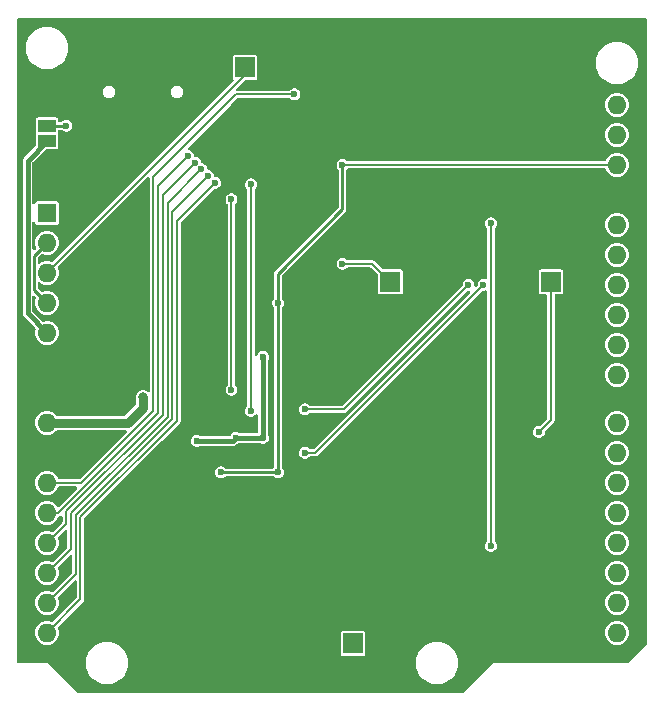
<source format=gbl>
G04 #@! TF.GenerationSoftware,KiCad,Pcbnew,8.0.6*
G04 #@! TF.CreationDate,2024-11-01T18:46:05+01:00*
G04 #@! TF.ProjectId,esp32s3board,65737033-3273-4336-926f-6172642e6b69,A*
G04 #@! TF.SameCoordinates,Original*
G04 #@! TF.FileFunction,Copper,L2,Bot*
G04 #@! TF.FilePolarity,Positive*
%FSLAX46Y46*%
G04 Gerber Fmt 4.6, Leading zero omitted, Abs format (unit mm)*
G04 Created by KiCad (PCBNEW 8.0.6) date 2024-11-01 18:46:05*
%MOMM*%
%LPD*%
G01*
G04 APERTURE LIST*
G04 #@! TA.AperFunction,ComponentPad*
%ADD10R,1.700000X1.700000*%
G04 #@! TD*
G04 #@! TA.AperFunction,ComponentPad*
%ADD11O,1.700000X1.700000*%
G04 #@! TD*
G04 #@! TA.AperFunction,ComponentPad*
%ADD12O,1.000000X2.100000*%
G04 #@! TD*
G04 #@! TA.AperFunction,ComponentPad*
%ADD13O,1.000000X1.800000*%
G04 #@! TD*
G04 #@! TA.AperFunction,SMDPad,CuDef*
%ADD14R,1.500000X1.000000*%
G04 #@! TD*
G04 #@! TA.AperFunction,ComponentPad*
%ADD15R,1.600000X1.600000*%
G04 #@! TD*
G04 #@! TA.AperFunction,ComponentPad*
%ADD16O,1.600000X1.600000*%
G04 #@! TD*
G04 #@! TA.AperFunction,ViaPad*
%ADD17C,0.600000*%
G04 #@! TD*
G04 #@! TA.AperFunction,ViaPad*
%ADD18C,0.800000*%
G04 #@! TD*
G04 #@! TA.AperFunction,Conductor*
%ADD19C,0.250000*%
G04 #@! TD*
G04 #@! TA.AperFunction,Conductor*
%ADD20C,0.200000*%
G04 #@! TD*
G04 #@! TA.AperFunction,Conductor*
%ADD21C,0.800000*%
G04 #@! TD*
G04 #@! TA.AperFunction,Conductor*
%ADD22C,0.400000*%
G04 #@! TD*
G04 APERTURE END LIST*
D10*
X96774000Y-38735000D03*
D11*
X99314000Y-38735000D03*
D10*
X105918000Y-87503000D03*
D11*
X103378000Y-87503000D03*
D12*
X92458000Y-41332000D03*
D13*
X92458000Y-37152000D03*
D12*
X83818000Y-41332000D03*
D13*
X83818000Y-37152000D03*
D10*
X109093000Y-56896000D03*
D11*
X106553000Y-56896000D03*
D10*
X122682000Y-56896000D03*
D11*
X120142000Y-56896000D03*
D14*
X80010000Y-43673000D03*
X80010000Y-44973000D03*
D15*
X80010000Y-51054000D03*
D16*
X80010000Y-53594000D03*
X80010000Y-56134000D03*
X80010000Y-58674000D03*
X80010000Y-61214000D03*
X80010000Y-63754000D03*
X80010000Y-66294000D03*
X80010000Y-68834000D03*
X80010000Y-73914000D03*
X80010000Y-76454000D03*
X80010000Y-78994000D03*
X80010000Y-81534000D03*
X80010000Y-84074000D03*
X80010000Y-86614000D03*
X128270000Y-86614000D03*
X128270000Y-84074000D03*
X128270000Y-81534000D03*
X128270000Y-78994000D03*
X128270000Y-76454000D03*
X128270000Y-73914000D03*
X128270000Y-71374000D03*
X128270000Y-68834000D03*
X128270000Y-64774000D03*
X128270000Y-62234000D03*
X128270000Y-59694000D03*
X128270000Y-57154000D03*
X128270000Y-54614000D03*
X128270000Y-52074000D03*
X128270000Y-49534000D03*
X128270000Y-46994000D03*
X128270000Y-44454000D03*
X128270000Y-41914000D03*
D17*
X93218000Y-67056000D03*
X88392000Y-45974000D03*
X104140000Y-63373000D03*
X123190000Y-51943000D03*
X114554000Y-67310000D03*
X93345000Y-63627000D03*
X98864565Y-70670604D03*
X98171000Y-86106000D03*
X94615000Y-67056000D03*
X92837000Y-80264000D03*
X83566000Y-48768000D03*
X100203000Y-69596000D03*
X89916000Y-45339000D03*
X115316000Y-37465000D03*
X87122000Y-82804000D03*
X94742000Y-73025000D03*
X105029000Y-46990000D03*
X99568000Y-58674000D03*
X99568000Y-73025000D03*
D18*
X88138000Y-66675000D03*
X88138000Y-67564000D03*
D17*
X81661000Y-43688000D03*
X95631000Y-49911000D03*
X95631000Y-66040000D03*
X117602000Y-51943000D03*
X117602000Y-79248000D03*
X105029000Y-55372000D03*
X121666000Y-69596000D03*
X97282000Y-67818000D03*
X97282000Y-48641000D03*
X101854000Y-67691000D03*
X115697000Y-57150000D03*
X100965000Y-41021000D03*
X91959626Y-46239626D03*
X92525313Y-46805313D03*
X93091000Y-47371000D03*
X96012000Y-70104000D03*
X98298000Y-63246000D03*
X92710000Y-70358000D03*
X98299070Y-70104724D03*
X93668313Y-47948313D03*
X94234000Y-48514000D03*
X116967000Y-57150000D03*
X101854000Y-71374000D03*
D19*
X99568000Y-56197000D02*
X99568000Y-58674000D01*
X99568000Y-73025000D02*
X99568000Y-58674000D01*
X105029000Y-50736000D02*
X99568000Y-56197000D01*
D20*
X128270000Y-46994000D02*
X105033000Y-46994000D01*
D19*
X80010000Y-53594000D02*
X78885000Y-54719000D01*
X99568000Y-73025000D02*
X94742000Y-73025000D01*
X78885000Y-57549000D02*
X80010000Y-58674000D01*
D20*
X105033000Y-46994000D02*
X105029000Y-46990000D01*
D19*
X105029000Y-50736000D02*
X105029000Y-46990000D01*
X78885000Y-54719000D02*
X78885000Y-57549000D01*
D21*
X88138000Y-67564000D02*
X88138000Y-66675000D01*
X86868000Y-68834000D02*
X88138000Y-67564000D01*
X80010000Y-68834000D02*
X86868000Y-68834000D01*
D19*
X81646000Y-43673000D02*
X81661000Y-43688000D01*
X80010000Y-43673000D02*
X81646000Y-43673000D01*
D20*
X95631000Y-55118000D02*
X95631000Y-49911000D01*
X95631000Y-66040000D02*
X95631000Y-55118000D01*
X117602000Y-51943000D02*
X117602000Y-79248000D01*
X96774000Y-39370000D02*
X96774000Y-38735000D01*
X80010000Y-56134000D02*
X96774000Y-39370000D01*
X105029000Y-55372000D02*
X107569000Y-55372000D01*
X107569000Y-55372000D02*
X109093000Y-56896000D01*
X122682000Y-68580000D02*
X122682000Y-56896000D01*
X121666000Y-69596000D02*
X122682000Y-68580000D01*
X97282000Y-67818000D02*
X97282000Y-48641000D01*
X105156000Y-67691000D02*
X115697000Y-57150000D01*
X101854000Y-67691000D02*
X105156000Y-67691000D01*
X80010000Y-73914000D02*
X82919371Y-73914000D01*
X91393939Y-45673939D02*
X96046878Y-41021000D01*
X89027000Y-48040878D02*
X91393939Y-45673939D01*
X82919371Y-73914000D02*
X89027000Y-67806371D01*
X89027000Y-67806371D02*
X89027000Y-48040878D01*
X96046878Y-41021000D02*
X100965000Y-41021000D01*
X89427000Y-48772252D02*
X91959626Y-46239626D01*
X80945057Y-76454000D02*
X89427000Y-67972056D01*
X89427000Y-67972056D02*
X89427000Y-48772252D01*
X80010000Y-76454000D02*
X80945057Y-76454000D01*
X92525313Y-46805313D02*
X89827000Y-49503626D01*
X89827000Y-49503626D02*
X89827000Y-68137742D01*
X89827000Y-68137742D02*
X81637742Y-76327000D01*
X81637742Y-77366258D02*
X80010000Y-78994000D01*
X81637742Y-76327000D02*
X81637742Y-77366258D01*
X82037742Y-76492686D02*
X82037742Y-79506258D01*
X90227000Y-68303428D02*
X82037742Y-76492686D01*
X93091000Y-47371000D02*
X90227000Y-50235000D01*
X82037742Y-79506258D02*
X80010000Y-81534000D01*
X90227000Y-50235000D02*
X90227000Y-68303428D01*
D22*
X96012000Y-70104000D02*
X98298346Y-70104000D01*
X78360000Y-46623000D02*
X80010000Y-44973000D01*
X95758000Y-70358000D02*
X96012000Y-70104000D01*
X98298000Y-63246000D02*
X98298000Y-70103654D01*
X80010000Y-61214000D02*
X78360000Y-59564000D01*
X78360000Y-59564000D02*
X78360000Y-46623000D01*
X98298346Y-70104000D02*
X98299070Y-70104724D01*
X98298000Y-70103654D02*
X98299070Y-70104724D01*
X92710000Y-70358000D02*
X95758000Y-70358000D01*
D20*
X82437742Y-81646258D02*
X80010000Y-84074000D01*
X93668313Y-47948313D02*
X90627000Y-50989626D01*
X82437742Y-76658372D02*
X82437742Y-81646258D01*
X90627000Y-68469114D02*
X82437742Y-76658372D01*
X90627000Y-50989626D02*
X90627000Y-68469114D01*
X82837742Y-83786258D02*
X80010000Y-86614000D01*
X91027000Y-51721000D02*
X91027000Y-68634800D01*
X91027000Y-68634800D02*
X82837742Y-76824058D01*
X82837742Y-76824058D02*
X82837742Y-83786258D01*
X94234000Y-48514000D02*
X91027000Y-51721000D01*
X101854000Y-71374000D02*
X102743000Y-71374000D01*
X102743000Y-71374000D02*
X116967000Y-57150000D01*
G04 #@! TA.AperFunction,Conductor*
G36*
X130752121Y-34564002D02*
G01*
X130798614Y-34617658D01*
X130810000Y-34670000D01*
X130810000Y-87577810D01*
X130789998Y-87645931D01*
X130773095Y-87666905D01*
X129322905Y-89117095D01*
X129260593Y-89151121D01*
X129233810Y-89154000D01*
X117855998Y-89154000D01*
X115352905Y-91657095D01*
X115290593Y-91691120D01*
X115263810Y-91694000D01*
X82602190Y-91694000D01*
X82534069Y-91673998D01*
X82513095Y-91657095D01*
X80010001Y-89154000D01*
X80010000Y-89154000D01*
X77596000Y-89154000D01*
X77527879Y-89133998D01*
X77481386Y-89080342D01*
X77471880Y-89036641D01*
X83299500Y-89036641D01*
X83299500Y-89271358D01*
X83330134Y-89504052D01*
X83330136Y-89504059D01*
X83390883Y-89730772D01*
X83480704Y-89947617D01*
X83480705Y-89947620D01*
X83480707Y-89947623D01*
X83480710Y-89947629D01*
X83598056Y-90150879D01*
X83598058Y-90150882D01*
X83598059Y-90150883D01*
X83740942Y-90337092D01*
X83740946Y-90337096D01*
X83740951Y-90337102D01*
X83906897Y-90503048D01*
X83906902Y-90503052D01*
X83906908Y-90503058D01*
X84093117Y-90645941D01*
X84093120Y-90645943D01*
X84296370Y-90763289D01*
X84296376Y-90763292D01*
X84296383Y-90763296D01*
X84513228Y-90853117D01*
X84739941Y-90913864D01*
X84739945Y-90913864D01*
X84739947Y-90913865D01*
X84799919Y-90921760D01*
X84972644Y-90944500D01*
X84972651Y-90944500D01*
X85207349Y-90944500D01*
X85207356Y-90944500D01*
X85417662Y-90916812D01*
X85440052Y-90913865D01*
X85440052Y-90913864D01*
X85440059Y-90913864D01*
X85666772Y-90853117D01*
X85883617Y-90763296D01*
X86086883Y-90645941D01*
X86273092Y-90503058D01*
X86439058Y-90337092D01*
X86581941Y-90150883D01*
X86699296Y-89947617D01*
X86789117Y-89730772D01*
X86849864Y-89504059D01*
X86880500Y-89271356D01*
X86880500Y-89036644D01*
X86880500Y-89036641D01*
X111239500Y-89036641D01*
X111239500Y-89271358D01*
X111270134Y-89504052D01*
X111270136Y-89504059D01*
X111330883Y-89730772D01*
X111420704Y-89947617D01*
X111420705Y-89947620D01*
X111420707Y-89947623D01*
X111420710Y-89947629D01*
X111538056Y-90150879D01*
X111538058Y-90150882D01*
X111538059Y-90150883D01*
X111680942Y-90337092D01*
X111680946Y-90337096D01*
X111680951Y-90337102D01*
X111846897Y-90503048D01*
X111846902Y-90503052D01*
X111846908Y-90503058D01*
X112033117Y-90645941D01*
X112033120Y-90645943D01*
X112236370Y-90763289D01*
X112236376Y-90763292D01*
X112236383Y-90763296D01*
X112453228Y-90853117D01*
X112679941Y-90913864D01*
X112679945Y-90913864D01*
X112679947Y-90913865D01*
X112739919Y-90921760D01*
X112912644Y-90944500D01*
X112912651Y-90944500D01*
X113147349Y-90944500D01*
X113147356Y-90944500D01*
X113357662Y-90916812D01*
X113380052Y-90913865D01*
X113380052Y-90913864D01*
X113380059Y-90913864D01*
X113606772Y-90853117D01*
X113823617Y-90763296D01*
X114026883Y-90645941D01*
X114213092Y-90503058D01*
X114379058Y-90337092D01*
X114521941Y-90150883D01*
X114639296Y-89947617D01*
X114729117Y-89730772D01*
X114789864Y-89504059D01*
X114820500Y-89271356D01*
X114820500Y-89036644D01*
X114789864Y-88803941D01*
X114729117Y-88577228D01*
X114639296Y-88360383D01*
X114639292Y-88360376D01*
X114639289Y-88360370D01*
X114521943Y-88157120D01*
X114521941Y-88157117D01*
X114379058Y-87970908D01*
X114379052Y-87970902D01*
X114379048Y-87970897D01*
X114213102Y-87804951D01*
X114213096Y-87804946D01*
X114213092Y-87804942D01*
X114026883Y-87662059D01*
X114026882Y-87662058D01*
X114026879Y-87662056D01*
X113823629Y-87544710D01*
X113823623Y-87544707D01*
X113823620Y-87544705D01*
X113823617Y-87544704D01*
X113606772Y-87454883D01*
X113380059Y-87394136D01*
X113380052Y-87394134D01*
X113147358Y-87363500D01*
X113147356Y-87363500D01*
X112912644Y-87363500D01*
X112912641Y-87363500D01*
X112679947Y-87394134D01*
X112453228Y-87454883D01*
X112236376Y-87544707D01*
X112236370Y-87544710D01*
X112033120Y-87662056D01*
X111846908Y-87804942D01*
X111846897Y-87804951D01*
X111680951Y-87970897D01*
X111680942Y-87970908D01*
X111538056Y-88157120D01*
X111420710Y-88360370D01*
X111420707Y-88360376D01*
X111330883Y-88577228D01*
X111270134Y-88803947D01*
X111239500Y-89036641D01*
X86880500Y-89036641D01*
X86849864Y-88803941D01*
X86789117Y-88577228D01*
X86699296Y-88360383D01*
X86699292Y-88360376D01*
X86699289Y-88360370D01*
X86581943Y-88157120D01*
X86581941Y-88157117D01*
X86439058Y-87970908D01*
X86439052Y-87970902D01*
X86439048Y-87970897D01*
X86273102Y-87804951D01*
X86273096Y-87804946D01*
X86273092Y-87804942D01*
X86086883Y-87662059D01*
X86086882Y-87662058D01*
X86086879Y-87662056D01*
X85883629Y-87544710D01*
X85883623Y-87544707D01*
X85883620Y-87544705D01*
X85883617Y-87544704D01*
X85666772Y-87454883D01*
X85440059Y-87394136D01*
X85440052Y-87394134D01*
X85207358Y-87363500D01*
X85207356Y-87363500D01*
X84972644Y-87363500D01*
X84972641Y-87363500D01*
X84739947Y-87394134D01*
X84513228Y-87454883D01*
X84296376Y-87544707D01*
X84296370Y-87544710D01*
X84093120Y-87662056D01*
X83906908Y-87804942D01*
X83906897Y-87804951D01*
X83740951Y-87970897D01*
X83740942Y-87970908D01*
X83598056Y-88157120D01*
X83480710Y-88360370D01*
X83480707Y-88360376D01*
X83390883Y-88577228D01*
X83330134Y-88803947D01*
X83299500Y-89036641D01*
X77471880Y-89036641D01*
X77470000Y-89028000D01*
X77470000Y-46570270D01*
X77959500Y-46570270D01*
X77959500Y-46570273D01*
X77959500Y-59511273D01*
X77959500Y-59616727D01*
X77986793Y-59718588D01*
X77986794Y-59718590D01*
X77986795Y-59718592D01*
X78039517Y-59809909D01*
X78039525Y-59809919D01*
X79022591Y-60792984D01*
X79056616Y-60855296D01*
X79054071Y-60918653D01*
X79023974Y-61017872D01*
X79004659Y-61213996D01*
X79004659Y-61214003D01*
X79023974Y-61410124D01*
X79023974Y-61410126D01*
X79081186Y-61598728D01*
X79174090Y-61772538D01*
X79299117Y-61924883D01*
X79451462Y-62049910D01*
X79625273Y-62142814D01*
X79813868Y-62200024D01*
X79813872Y-62200024D01*
X79813874Y-62200025D01*
X80009997Y-62219341D01*
X80010000Y-62219341D01*
X80010003Y-62219341D01*
X80206124Y-62200025D01*
X80206126Y-62200025D01*
X80206127Y-62200024D01*
X80206132Y-62200024D01*
X80394727Y-62142814D01*
X80568538Y-62049910D01*
X80720883Y-61924883D01*
X80845910Y-61772538D01*
X80938814Y-61598727D01*
X80996024Y-61410132D01*
X81011995Y-61247974D01*
X81015341Y-61214003D01*
X81015341Y-61213996D01*
X80996025Y-61017875D01*
X80996025Y-61017873D01*
X80996024Y-61017870D01*
X80996024Y-61017868D01*
X80938814Y-60829273D01*
X80845910Y-60655462D01*
X80720883Y-60503117D01*
X80568538Y-60378090D01*
X80394728Y-60285186D01*
X80206125Y-60227974D01*
X80010003Y-60208659D01*
X80009997Y-60208659D01*
X79813872Y-60227974D01*
X79714653Y-60258071D01*
X79643659Y-60258704D01*
X79588984Y-60226591D01*
X78797405Y-59435012D01*
X78763379Y-59372700D01*
X78760500Y-59345917D01*
X78760500Y-58759803D01*
X78780502Y-58691682D01*
X78797952Y-58676561D01*
X78795052Y-58674875D01*
X78762707Y-58611674D01*
X78760500Y-58588196D01*
X78760500Y-58189017D01*
X78780502Y-58120896D01*
X78834158Y-58074403D01*
X78904432Y-58064299D01*
X78969012Y-58093793D01*
X78975595Y-58099922D01*
X79047278Y-58171605D01*
X79081304Y-58233917D01*
X79078758Y-58297275D01*
X79023975Y-58477870D01*
X79023974Y-58477875D01*
X79011893Y-58600546D01*
X78985311Y-58666378D01*
X78974901Y-58673743D01*
X79007396Y-58724305D01*
X79011893Y-58747453D01*
X79023974Y-58870124D01*
X79023974Y-58870126D01*
X79081186Y-59058728D01*
X79174090Y-59232538D01*
X79299117Y-59384883D01*
X79451462Y-59509910D01*
X79625273Y-59602814D01*
X79813868Y-59660024D01*
X79813872Y-59660024D01*
X79813874Y-59660025D01*
X80009997Y-59679341D01*
X80010000Y-59679341D01*
X80010003Y-59679341D01*
X80206124Y-59660025D01*
X80206126Y-59660025D01*
X80206127Y-59660024D01*
X80206132Y-59660024D01*
X80394727Y-59602814D01*
X80568538Y-59509910D01*
X80720883Y-59384883D01*
X80845910Y-59232538D01*
X80938814Y-59058727D01*
X80996024Y-58870132D01*
X80997210Y-58858090D01*
X81015341Y-58674003D01*
X81015341Y-58673996D01*
X80996025Y-58477875D01*
X80996025Y-58477873D01*
X80996024Y-58477870D01*
X80996024Y-58477868D01*
X80938814Y-58289273D01*
X80845910Y-58115462D01*
X80720883Y-57963117D01*
X80568538Y-57838090D01*
X80433200Y-57765750D01*
X80394728Y-57745186D01*
X80206125Y-57687974D01*
X80010003Y-57668659D01*
X80009997Y-57668659D01*
X79813875Y-57687974D01*
X79813870Y-57687975D01*
X79633275Y-57742758D01*
X79562282Y-57743391D01*
X79507605Y-57711278D01*
X79247405Y-57451078D01*
X79213379Y-57388766D01*
X79210500Y-57361983D01*
X79210500Y-57038562D01*
X79230502Y-56970441D01*
X79284158Y-56923948D01*
X79354432Y-56913844D01*
X79416433Y-56941162D01*
X79451462Y-56969910D01*
X79625273Y-57062814D01*
X79813868Y-57120024D01*
X79813872Y-57120024D01*
X79813874Y-57120025D01*
X80009997Y-57139341D01*
X80010000Y-57139341D01*
X80010003Y-57139341D01*
X80206124Y-57120025D01*
X80206126Y-57120025D01*
X80206127Y-57120024D01*
X80206132Y-57120024D01*
X80394727Y-57062814D01*
X80568538Y-56969910D01*
X80720883Y-56844883D01*
X80845910Y-56692538D01*
X80938814Y-56518727D01*
X80996024Y-56330132D01*
X81013357Y-56154146D01*
X81015341Y-56134003D01*
X81015341Y-56133996D01*
X80996025Y-55937875D01*
X80996025Y-55937873D01*
X80996024Y-55937870D01*
X80996024Y-55937868D01*
X80938814Y-55749273D01*
X80938813Y-55749271D01*
X80936447Y-55743560D01*
X80938964Y-55742517D01*
X80926904Y-55684526D01*
X80952322Y-55618236D01*
X80963392Y-55605577D01*
X88511406Y-48057564D01*
X88573717Y-48023539D01*
X88644532Y-48028604D01*
X88701368Y-48071151D01*
X88726179Y-48137671D01*
X88726500Y-48146660D01*
X88726500Y-66110073D01*
X88706498Y-66178194D01*
X88652842Y-66224687D01*
X88582568Y-66234791D01*
X88517988Y-66205297D01*
X88511405Y-66199168D01*
X88506722Y-66194485D01*
X88506712Y-66194477D01*
X88479490Y-66178761D01*
X88465787Y-66169605D01*
X88440847Y-66150468D01*
X88440843Y-66150465D01*
X88440841Y-66150464D01*
X88440838Y-66150463D01*
X88440837Y-66150462D01*
X88411789Y-66138430D01*
X88397011Y-66131142D01*
X88369784Y-66115423D01*
X88339415Y-66107285D01*
X88323810Y-66101988D01*
X88294761Y-66089955D01*
X88263580Y-66085850D01*
X88247420Y-66082635D01*
X88217059Y-66074500D01*
X88217057Y-66074500D01*
X88185619Y-66074500D01*
X88169173Y-66073422D01*
X88138000Y-66069318D01*
X88106826Y-66073422D01*
X88090381Y-66074500D01*
X88058943Y-66074500D01*
X88058940Y-66074500D01*
X88058938Y-66074501D01*
X88028576Y-66082635D01*
X88012423Y-66085848D01*
X87981241Y-66089954D01*
X87981240Y-66089954D01*
X87952183Y-66101990D01*
X87936582Y-66107286D01*
X87906214Y-66115423D01*
X87906212Y-66115424D01*
X87878986Y-66131143D01*
X87864212Y-66138429D01*
X87848640Y-66144879D01*
X87835156Y-66150465D01*
X87810212Y-66169605D01*
X87796515Y-66178757D01*
X87769283Y-66194480D01*
X87747050Y-66216713D01*
X87734662Y-66227577D01*
X87709718Y-66246718D01*
X87690577Y-66271662D01*
X87679713Y-66284050D01*
X87657480Y-66306283D01*
X87641757Y-66333515D01*
X87632605Y-66347212D01*
X87613465Y-66372156D01*
X87601431Y-66401209D01*
X87594143Y-66415986D01*
X87578424Y-66443212D01*
X87578423Y-66443214D01*
X87570286Y-66473582D01*
X87564990Y-66489183D01*
X87552954Y-66518240D01*
X87552954Y-66518241D01*
X87548848Y-66549423D01*
X87545635Y-66565576D01*
X87537501Y-66595938D01*
X87537500Y-66595947D01*
X87537500Y-66627380D01*
X87536422Y-66643826D01*
X87532318Y-66674999D01*
X87536422Y-66706172D01*
X87537500Y-66722619D01*
X87537500Y-67263075D01*
X87517498Y-67331196D01*
X87500595Y-67352170D01*
X86656170Y-68196595D01*
X86593858Y-68230621D01*
X86567075Y-68233500D01*
X80871065Y-68233500D01*
X80802944Y-68213498D01*
X80773668Y-68187436D01*
X80720883Y-68123117D01*
X80720880Y-68123114D01*
X80568538Y-67998090D01*
X80394728Y-67905186D01*
X80206125Y-67847974D01*
X80010003Y-67828659D01*
X80009997Y-67828659D01*
X79813875Y-67847974D01*
X79813873Y-67847974D01*
X79625271Y-67905186D01*
X79451461Y-67998090D01*
X79299117Y-68123117D01*
X79174090Y-68275461D01*
X79081186Y-68449271D01*
X79023974Y-68637873D01*
X79023974Y-68637875D01*
X79004659Y-68833996D01*
X79004659Y-68834003D01*
X79023974Y-69030124D01*
X79023974Y-69030126D01*
X79081186Y-69218728D01*
X79136721Y-69322626D01*
X79174090Y-69392538D01*
X79299117Y-69544883D01*
X79451462Y-69669910D01*
X79625273Y-69762814D01*
X79813868Y-69820024D01*
X79813872Y-69820024D01*
X79813874Y-69820025D01*
X80009997Y-69839341D01*
X80010000Y-69839341D01*
X80010003Y-69839341D01*
X80206124Y-69820025D01*
X80206126Y-69820025D01*
X80206127Y-69820024D01*
X80206132Y-69820024D01*
X80394727Y-69762814D01*
X80568538Y-69669910D01*
X80720883Y-69544883D01*
X80773667Y-69480565D01*
X80832343Y-69440597D01*
X80871065Y-69434500D01*
X86669709Y-69434500D01*
X86737830Y-69454502D01*
X86784323Y-69508158D01*
X86794427Y-69578432D01*
X86764933Y-69643012D01*
X86758804Y-69649595D01*
X82831805Y-73576595D01*
X82769493Y-73610621D01*
X82742710Y-73613500D01*
X81057812Y-73613500D01*
X80989691Y-73593498D01*
X80943198Y-73539842D01*
X80941341Y-73534928D01*
X80941184Y-73534994D01*
X80938814Y-73529273D01*
X80915124Y-73484952D01*
X80845910Y-73355462D01*
X80720883Y-73203117D01*
X80568538Y-73078090D01*
X80469214Y-73025000D01*
X80394728Y-72985186D01*
X80206125Y-72927974D01*
X80010003Y-72908659D01*
X80009997Y-72908659D01*
X79813875Y-72927974D01*
X79813873Y-72927974D01*
X79625271Y-72985186D01*
X79451461Y-73078090D01*
X79299117Y-73203117D01*
X79174090Y-73355461D01*
X79081186Y-73529271D01*
X79023974Y-73717873D01*
X79023974Y-73717875D01*
X79004659Y-73913996D01*
X79004659Y-73914003D01*
X79023974Y-74110124D01*
X79023974Y-74110126D01*
X79081186Y-74298728D01*
X79113099Y-74358432D01*
X79174090Y-74472538D01*
X79299117Y-74624883D01*
X79451462Y-74749910D01*
X79625273Y-74842814D01*
X79813868Y-74900024D01*
X79813872Y-74900024D01*
X79813874Y-74900025D01*
X80009997Y-74919341D01*
X80010000Y-74919341D01*
X80010003Y-74919341D01*
X80206124Y-74900025D01*
X80206126Y-74900025D01*
X80206127Y-74900024D01*
X80206132Y-74900024D01*
X80394727Y-74842814D01*
X80568538Y-74749910D01*
X80720883Y-74624883D01*
X80845910Y-74472538D01*
X80938814Y-74298727D01*
X80938815Y-74298723D01*
X80941184Y-74293006D01*
X80943714Y-74294054D01*
X80976125Y-74244567D01*
X81040958Y-74215632D01*
X81057812Y-74214500D01*
X82455396Y-74214500D01*
X82523517Y-74234502D01*
X82570010Y-74288158D01*
X82580114Y-74358432D01*
X82550620Y-74423012D01*
X82544506Y-74429579D01*
X81355995Y-75618090D01*
X81047101Y-75926984D01*
X80984789Y-75961009D01*
X80913973Y-75955944D01*
X80857138Y-75913397D01*
X80846885Y-75897287D01*
X80845910Y-75895462D01*
X80720883Y-75743117D01*
X80568538Y-75618090D01*
X80394728Y-75525186D01*
X80206125Y-75467974D01*
X80010003Y-75448659D01*
X80009997Y-75448659D01*
X79813875Y-75467974D01*
X79813873Y-75467974D01*
X79625271Y-75525186D01*
X79451461Y-75618090D01*
X79299117Y-75743117D01*
X79174090Y-75895461D01*
X79081186Y-76069271D01*
X79023974Y-76257873D01*
X79023974Y-76257875D01*
X79004659Y-76453996D01*
X79004659Y-76454003D01*
X79023974Y-76650124D01*
X79023974Y-76650126D01*
X79081186Y-76838728D01*
X79120150Y-76911624D01*
X79174090Y-77012538D01*
X79299117Y-77164883D01*
X79451462Y-77289910D01*
X79625273Y-77382814D01*
X79813868Y-77440024D01*
X79813872Y-77440024D01*
X79813874Y-77440025D01*
X80009997Y-77459341D01*
X80010000Y-77459341D01*
X80010003Y-77459341D01*
X80206124Y-77440025D01*
X80206126Y-77440025D01*
X80206127Y-77440024D01*
X80206132Y-77440024D01*
X80394727Y-77382814D01*
X80568538Y-77289910D01*
X80720883Y-77164883D01*
X80845910Y-77012538D01*
X80938814Y-76838727D01*
X80942245Y-76827417D01*
X80981158Y-76768035D01*
X81030207Y-76742284D01*
X81061046Y-76734021D01*
X81129568Y-76694460D01*
X81129576Y-76694451D01*
X81134533Y-76690649D01*
X81200752Y-76665045D01*
X81270302Y-76679307D01*
X81321100Y-76728906D01*
X81337242Y-76790608D01*
X81337242Y-77189595D01*
X81317240Y-77257716D01*
X81300337Y-77278691D01*
X80538428Y-78040599D01*
X80476116Y-78074624D01*
X80405300Y-78069559D01*
X80400508Y-78067398D01*
X80400444Y-78067554D01*
X80394731Y-78065187D01*
X80206125Y-78007974D01*
X80010003Y-77988659D01*
X80009997Y-77988659D01*
X79813875Y-78007974D01*
X79813873Y-78007974D01*
X79625271Y-78065186D01*
X79451461Y-78158090D01*
X79299117Y-78283117D01*
X79174090Y-78435461D01*
X79081186Y-78609271D01*
X79023974Y-78797873D01*
X79023974Y-78797875D01*
X79004659Y-78993996D01*
X79004659Y-78994003D01*
X79023974Y-79190124D01*
X79023974Y-79190126D01*
X79081186Y-79378728D01*
X79091336Y-79397717D01*
X79174090Y-79552538D01*
X79299117Y-79704883D01*
X79451462Y-79829910D01*
X79625273Y-79922814D01*
X79813868Y-79980024D01*
X79813872Y-79980024D01*
X79813874Y-79980025D01*
X80009997Y-79999341D01*
X80010000Y-79999341D01*
X80010003Y-79999341D01*
X80206124Y-79980025D01*
X80206126Y-79980025D01*
X80206127Y-79980024D01*
X80206132Y-79980024D01*
X80394727Y-79922814D01*
X80568538Y-79829910D01*
X80720883Y-79704883D01*
X80845910Y-79552538D01*
X80938814Y-79378727D01*
X80996024Y-79190132D01*
X81015341Y-78994000D01*
X81002720Y-78865857D01*
X80996025Y-78797875D01*
X80996025Y-78797873D01*
X80996024Y-78797870D01*
X80996024Y-78797868D01*
X80938814Y-78609273D01*
X80938810Y-78609266D01*
X80936447Y-78603560D01*
X80938978Y-78602511D01*
X80926897Y-78544605D01*
X80952274Y-78478299D01*
X80963392Y-78465577D01*
X81522148Y-77906822D01*
X81584459Y-77872798D01*
X81655275Y-77877863D01*
X81712110Y-77920410D01*
X81736921Y-77986930D01*
X81737242Y-77995919D01*
X81737242Y-79329596D01*
X81717240Y-79397717D01*
X81700337Y-79418691D01*
X80538428Y-80580599D01*
X80476116Y-80614625D01*
X80405300Y-80609560D01*
X80400509Y-80607396D01*
X80400444Y-80607554D01*
X80394731Y-80605187D01*
X80206125Y-80547974D01*
X80010003Y-80528659D01*
X80009997Y-80528659D01*
X79813875Y-80547974D01*
X79813873Y-80547974D01*
X79625271Y-80605186D01*
X79451461Y-80698090D01*
X79299117Y-80823117D01*
X79174090Y-80975461D01*
X79081186Y-81149271D01*
X79023974Y-81337873D01*
X79023974Y-81337875D01*
X79004659Y-81533996D01*
X79004659Y-81534003D01*
X79023974Y-81730124D01*
X79023974Y-81730126D01*
X79081186Y-81918728D01*
X79109516Y-81971729D01*
X79174090Y-82092538D01*
X79299117Y-82244883D01*
X79451462Y-82369910D01*
X79625273Y-82462814D01*
X79813868Y-82520024D01*
X79813872Y-82520024D01*
X79813874Y-82520025D01*
X80009997Y-82539341D01*
X80010000Y-82539341D01*
X80010003Y-82539341D01*
X80206124Y-82520025D01*
X80206126Y-82520025D01*
X80206127Y-82520024D01*
X80206132Y-82520024D01*
X80394727Y-82462814D01*
X80568538Y-82369910D01*
X80720883Y-82244883D01*
X80845910Y-82092538D01*
X80938814Y-81918727D01*
X80996024Y-81730132D01*
X81015341Y-81534000D01*
X81014138Y-81521787D01*
X80996025Y-81337875D01*
X80996025Y-81337873D01*
X80996024Y-81337870D01*
X80996024Y-81337868D01*
X80938814Y-81149273D01*
X80938810Y-81149266D01*
X80936447Y-81143560D01*
X80938964Y-81142517D01*
X80926904Y-81084526D01*
X80952322Y-81018236D01*
X80963385Y-81005584D01*
X81922151Y-80046819D01*
X81984459Y-80012797D01*
X82055275Y-80017862D01*
X82112110Y-80060409D01*
X82136921Y-80126929D01*
X82137242Y-80135918D01*
X82137242Y-81469596D01*
X82117240Y-81537717D01*
X82100337Y-81558691D01*
X80538428Y-83120599D01*
X80476116Y-83154625D01*
X80405300Y-83149560D01*
X80400509Y-83147396D01*
X80400444Y-83147554D01*
X80394731Y-83145187D01*
X80206125Y-83087974D01*
X80010003Y-83068659D01*
X80009997Y-83068659D01*
X79813875Y-83087974D01*
X79813873Y-83087974D01*
X79625271Y-83145186D01*
X79451461Y-83238090D01*
X79299117Y-83363117D01*
X79174090Y-83515461D01*
X79081186Y-83689271D01*
X79023974Y-83877873D01*
X79023974Y-83877875D01*
X79004659Y-84073996D01*
X79004659Y-84074003D01*
X79023974Y-84270124D01*
X79023974Y-84270126D01*
X79081186Y-84458728D01*
X79174090Y-84632538D01*
X79299117Y-84784883D01*
X79451462Y-84909910D01*
X79625273Y-85002814D01*
X79813868Y-85060024D01*
X79813872Y-85060024D01*
X79813874Y-85060025D01*
X80009997Y-85079341D01*
X80010000Y-85079341D01*
X80010003Y-85079341D01*
X80206124Y-85060025D01*
X80206126Y-85060025D01*
X80206127Y-85060024D01*
X80206132Y-85060024D01*
X80394727Y-85002814D01*
X80568538Y-84909910D01*
X80720883Y-84784883D01*
X80845910Y-84632538D01*
X80938814Y-84458727D01*
X80996024Y-84270132D01*
X81015341Y-84074000D01*
X81005173Y-83970764D01*
X80996025Y-83877875D01*
X80996025Y-83877873D01*
X80996024Y-83877870D01*
X80996024Y-83877868D01*
X80938814Y-83689273D01*
X80938810Y-83689266D01*
X80936447Y-83683560D01*
X80938964Y-83682517D01*
X80926904Y-83624526D01*
X80952322Y-83558236D01*
X80963392Y-83545577D01*
X82322148Y-82186821D01*
X82384459Y-82152797D01*
X82455275Y-82157862D01*
X82512110Y-82200409D01*
X82536921Y-82266929D01*
X82537242Y-82275918D01*
X82537242Y-83609596D01*
X82517240Y-83677717D01*
X82500337Y-83698691D01*
X80538428Y-85660599D01*
X80476116Y-85694625D01*
X80405300Y-85689560D01*
X80400509Y-85687396D01*
X80400444Y-85687554D01*
X80394731Y-85685187D01*
X80206125Y-85627974D01*
X80010003Y-85608659D01*
X80009997Y-85608659D01*
X79813875Y-85627974D01*
X79813873Y-85627974D01*
X79625271Y-85685186D01*
X79451461Y-85778090D01*
X79299117Y-85903117D01*
X79174090Y-86055461D01*
X79081186Y-86229271D01*
X79023974Y-86417873D01*
X79023974Y-86417875D01*
X79004659Y-86613996D01*
X79004659Y-86614003D01*
X79023974Y-86810124D01*
X79023974Y-86810126D01*
X79081186Y-86998728D01*
X79174090Y-87172538D01*
X79299117Y-87324883D01*
X79451462Y-87449910D01*
X79625273Y-87542814D01*
X79813868Y-87600024D01*
X79813872Y-87600024D01*
X79813874Y-87600025D01*
X80009997Y-87619341D01*
X80010000Y-87619341D01*
X80010003Y-87619341D01*
X80206124Y-87600025D01*
X80206126Y-87600025D01*
X80206127Y-87600024D01*
X80206132Y-87600024D01*
X80394727Y-87542814D01*
X80568538Y-87449910D01*
X80720883Y-87324883D01*
X80845910Y-87172538D01*
X80938814Y-86998727D01*
X80996024Y-86810132D01*
X81013445Y-86633249D01*
X104867500Y-86633249D01*
X104867500Y-86633252D01*
X104867500Y-88372748D01*
X104879133Y-88431231D01*
X104923448Y-88497552D01*
X104989769Y-88541867D01*
X105048252Y-88553500D01*
X105048253Y-88553500D01*
X106787747Y-88553500D01*
X106787748Y-88553500D01*
X106846231Y-88541867D01*
X106912552Y-88497552D01*
X106956867Y-88431231D01*
X106968500Y-88372748D01*
X106968500Y-86633252D01*
X106964670Y-86613996D01*
X127264659Y-86613996D01*
X127264659Y-86614003D01*
X127283974Y-86810124D01*
X127283974Y-86810126D01*
X127341186Y-86998728D01*
X127434090Y-87172538D01*
X127559117Y-87324883D01*
X127711462Y-87449910D01*
X127885273Y-87542814D01*
X128073868Y-87600024D01*
X128073872Y-87600024D01*
X128073874Y-87600025D01*
X128269997Y-87619341D01*
X128270000Y-87619341D01*
X128270003Y-87619341D01*
X128466124Y-87600025D01*
X128466126Y-87600025D01*
X128466127Y-87600024D01*
X128466132Y-87600024D01*
X128654727Y-87542814D01*
X128828538Y-87449910D01*
X128980883Y-87324883D01*
X129105910Y-87172538D01*
X129198814Y-86998727D01*
X129256024Y-86810132D01*
X129275341Y-86614000D01*
X129271477Y-86574771D01*
X129256025Y-86417875D01*
X129256025Y-86417873D01*
X129256024Y-86417870D01*
X129256024Y-86417868D01*
X129198814Y-86229273D01*
X129105910Y-86055462D01*
X128980883Y-85903117D01*
X128828538Y-85778090D01*
X128654728Y-85685186D01*
X128466125Y-85627974D01*
X128270003Y-85608659D01*
X128269997Y-85608659D01*
X128073875Y-85627974D01*
X128073873Y-85627974D01*
X127885271Y-85685186D01*
X127711461Y-85778090D01*
X127559117Y-85903117D01*
X127434090Y-86055461D01*
X127341186Y-86229271D01*
X127283974Y-86417873D01*
X127283974Y-86417875D01*
X127264659Y-86613996D01*
X106964670Y-86613996D01*
X106956867Y-86574769D01*
X106912552Y-86508448D01*
X106846231Y-86464133D01*
X106846228Y-86464132D01*
X106787750Y-86452500D01*
X106787748Y-86452500D01*
X105048252Y-86452500D01*
X105048249Y-86452500D01*
X104989771Y-86464132D01*
X104989768Y-86464133D01*
X104923448Y-86508448D01*
X104879133Y-86574768D01*
X104879132Y-86574771D01*
X104867500Y-86633249D01*
X81013445Y-86633249D01*
X81015341Y-86614000D01*
X81011477Y-86574771D01*
X80996025Y-86417875D01*
X80996025Y-86417873D01*
X80996024Y-86417870D01*
X80996024Y-86417868D01*
X80938814Y-86229273D01*
X80938810Y-86229266D01*
X80936447Y-86223560D01*
X80938964Y-86222517D01*
X80926904Y-86164526D01*
X80952322Y-86098236D01*
X80963385Y-86085584D01*
X82974975Y-84073996D01*
X127264659Y-84073996D01*
X127264659Y-84074003D01*
X127283974Y-84270124D01*
X127283974Y-84270126D01*
X127341186Y-84458728D01*
X127434090Y-84632538D01*
X127559117Y-84784883D01*
X127711462Y-84909910D01*
X127885273Y-85002814D01*
X128073868Y-85060024D01*
X128073872Y-85060024D01*
X128073874Y-85060025D01*
X128269997Y-85079341D01*
X128270000Y-85079341D01*
X128270003Y-85079341D01*
X128466124Y-85060025D01*
X128466126Y-85060025D01*
X128466127Y-85060024D01*
X128466132Y-85060024D01*
X128654727Y-85002814D01*
X128828538Y-84909910D01*
X128980883Y-84784883D01*
X129105910Y-84632538D01*
X129198814Y-84458727D01*
X129256024Y-84270132D01*
X129275341Y-84074000D01*
X129265173Y-83970764D01*
X129256025Y-83877875D01*
X129256025Y-83877873D01*
X129256024Y-83877870D01*
X129256024Y-83877868D01*
X129198814Y-83689273D01*
X129105910Y-83515462D01*
X128980883Y-83363117D01*
X128828538Y-83238090D01*
X128654728Y-83145186D01*
X128466125Y-83087974D01*
X128270003Y-83068659D01*
X128269997Y-83068659D01*
X128073875Y-83087974D01*
X128073873Y-83087974D01*
X127885271Y-83145186D01*
X127711461Y-83238090D01*
X127559117Y-83363117D01*
X127434090Y-83515461D01*
X127341186Y-83689271D01*
X127283974Y-83877873D01*
X127283974Y-83877875D01*
X127264659Y-84073996D01*
X82974975Y-84073996D01*
X83078202Y-83970769D01*
X83085567Y-83958012D01*
X83117763Y-83902247D01*
X83124296Y-83877868D01*
X83138241Y-83825823D01*
X83138242Y-83825820D01*
X83138242Y-81533996D01*
X127264659Y-81533996D01*
X127264659Y-81534003D01*
X127283974Y-81730124D01*
X127283974Y-81730126D01*
X127341186Y-81918728D01*
X127369516Y-81971729D01*
X127434090Y-82092538D01*
X127559117Y-82244883D01*
X127711462Y-82369910D01*
X127885273Y-82462814D01*
X128073868Y-82520024D01*
X128073872Y-82520024D01*
X128073874Y-82520025D01*
X128269997Y-82539341D01*
X128270000Y-82539341D01*
X128270003Y-82539341D01*
X128466124Y-82520025D01*
X128466126Y-82520025D01*
X128466127Y-82520024D01*
X128466132Y-82520024D01*
X128654727Y-82462814D01*
X128828538Y-82369910D01*
X128980883Y-82244883D01*
X129105910Y-82092538D01*
X129198814Y-81918727D01*
X129256024Y-81730132D01*
X129275341Y-81534000D01*
X129274138Y-81521787D01*
X129256025Y-81337875D01*
X129256025Y-81337873D01*
X129256024Y-81337870D01*
X129256024Y-81337868D01*
X129198814Y-81149273D01*
X129105910Y-80975462D01*
X128980883Y-80823117D01*
X128828538Y-80698090D01*
X128654728Y-80605186D01*
X128466125Y-80547974D01*
X128270003Y-80528659D01*
X128269997Y-80528659D01*
X128073875Y-80547974D01*
X128073873Y-80547974D01*
X127885271Y-80605186D01*
X127711461Y-80698090D01*
X127559117Y-80823117D01*
X127434090Y-80975461D01*
X127341186Y-81149271D01*
X127283974Y-81337873D01*
X127283974Y-81337875D01*
X127264659Y-81533996D01*
X83138242Y-81533996D01*
X83138242Y-77000719D01*
X83158244Y-76932598D01*
X83175147Y-76911624D01*
X87061771Y-73025000D01*
X94236353Y-73025000D01*
X94256835Y-73167456D01*
X94316623Y-73298373D01*
X94410873Y-73407144D01*
X94471409Y-73446048D01*
X94531947Y-73484953D01*
X94670039Y-73525500D01*
X94813961Y-73525500D01*
X94952053Y-73484953D01*
X95073128Y-73407143D01*
X95084528Y-73393987D01*
X95144255Y-73355604D01*
X95179752Y-73350500D01*
X99130248Y-73350500D01*
X99198369Y-73370502D01*
X99225472Y-73393987D01*
X99236872Y-73407143D01*
X99236873Y-73407144D01*
X99297409Y-73446048D01*
X99357947Y-73484953D01*
X99496039Y-73525500D01*
X99639961Y-73525500D01*
X99778053Y-73484953D01*
X99899128Y-73407143D01*
X99993377Y-73298373D01*
X100053165Y-73167457D01*
X100073647Y-73025000D01*
X100053165Y-72882543D01*
X99993377Y-72751627D01*
X99938343Y-72688114D01*
X99924275Y-72671878D01*
X99894782Y-72607297D01*
X99893500Y-72589366D01*
X99893500Y-67691000D01*
X101348353Y-67691000D01*
X101368835Y-67833457D01*
X101428623Y-67964373D01*
X101452128Y-67991500D01*
X101522873Y-68073144D01*
X101547362Y-68088882D01*
X101643947Y-68150953D01*
X101782039Y-68191500D01*
X101925961Y-68191500D01*
X102064053Y-68150953D01*
X102185128Y-68073143D01*
X102218190Y-68034987D01*
X102277915Y-67996604D01*
X102313414Y-67991500D01*
X105195562Y-67991500D01*
X105271989Y-67971021D01*
X105340511Y-67931460D01*
X105396460Y-67875511D01*
X115584565Y-57687404D01*
X115646877Y-57653379D01*
X115673660Y-57650500D01*
X115737338Y-57650500D01*
X115805459Y-57670502D01*
X115851952Y-57724158D01*
X115862056Y-57794432D01*
X115832562Y-57859012D01*
X115826433Y-57865595D01*
X102655434Y-71036595D01*
X102593122Y-71070621D01*
X102566339Y-71073500D01*
X102313414Y-71073500D01*
X102245293Y-71053498D01*
X102218189Y-71030012D01*
X102185126Y-70991855D01*
X102064053Y-70914047D01*
X101925961Y-70873500D01*
X101782039Y-70873500D01*
X101643946Y-70914047D01*
X101522873Y-70991855D01*
X101428623Y-71100626D01*
X101368835Y-71231543D01*
X101348353Y-71374000D01*
X101368835Y-71516457D01*
X101428623Y-71647373D01*
X101452128Y-71674500D01*
X101522873Y-71756144D01*
X101526894Y-71758728D01*
X101643947Y-71833953D01*
X101782039Y-71874500D01*
X101925961Y-71874500D01*
X102064053Y-71833953D01*
X102185128Y-71756143D01*
X102218190Y-71717987D01*
X102277915Y-71679604D01*
X102313414Y-71674500D01*
X102782562Y-71674500D01*
X102858989Y-71654021D01*
X102927511Y-71614460D01*
X102983460Y-71558511D01*
X116854565Y-57687404D01*
X116916877Y-57653379D01*
X116943660Y-57650500D01*
X117038961Y-57650500D01*
X117140002Y-57620832D01*
X117210999Y-57620832D01*
X117270725Y-57659216D01*
X117300218Y-57723797D01*
X117301500Y-57741728D01*
X117301500Y-78783514D01*
X117281498Y-78851635D01*
X117270725Y-78866026D01*
X117176623Y-78974626D01*
X117167774Y-78994003D01*
X117116835Y-79105543D01*
X117096353Y-79248000D01*
X117116835Y-79390457D01*
X117176623Y-79521373D01*
X117270873Y-79630144D01*
X117331409Y-79669048D01*
X117391947Y-79707953D01*
X117530039Y-79748500D01*
X117673961Y-79748500D01*
X117812053Y-79707953D01*
X117933128Y-79630143D01*
X118027377Y-79521373D01*
X118087165Y-79390457D01*
X118107647Y-79248000D01*
X118087165Y-79105543D01*
X118036223Y-78993996D01*
X127264659Y-78993996D01*
X127264659Y-78994003D01*
X127283974Y-79190124D01*
X127283974Y-79190126D01*
X127341186Y-79378728D01*
X127351336Y-79397717D01*
X127434090Y-79552538D01*
X127559117Y-79704883D01*
X127711462Y-79829910D01*
X127885273Y-79922814D01*
X128073868Y-79980024D01*
X128073872Y-79980024D01*
X128073874Y-79980025D01*
X128269997Y-79999341D01*
X128270000Y-79999341D01*
X128270003Y-79999341D01*
X128466124Y-79980025D01*
X128466126Y-79980025D01*
X128466127Y-79980024D01*
X128466132Y-79980024D01*
X128654727Y-79922814D01*
X128828538Y-79829910D01*
X128980883Y-79704883D01*
X129105910Y-79552538D01*
X129198814Y-79378727D01*
X129256024Y-79190132D01*
X129275341Y-78994000D01*
X129262720Y-78865857D01*
X129256025Y-78797875D01*
X129256025Y-78797873D01*
X129256024Y-78797870D01*
X129256024Y-78797868D01*
X129198814Y-78609273D01*
X129105910Y-78435462D01*
X128980883Y-78283117D01*
X128828538Y-78158090D01*
X128654728Y-78065186D01*
X128466125Y-78007974D01*
X128270003Y-77988659D01*
X128269997Y-77988659D01*
X128073875Y-78007974D01*
X128073873Y-78007974D01*
X127885271Y-78065186D01*
X127711461Y-78158090D01*
X127559117Y-78283117D01*
X127434090Y-78435461D01*
X127341186Y-78609271D01*
X127283974Y-78797873D01*
X127283974Y-78797875D01*
X127264659Y-78993996D01*
X118036223Y-78993996D01*
X118027377Y-78974627D01*
X118009308Y-78953774D01*
X117933275Y-78866026D01*
X117903782Y-78801445D01*
X117902500Y-78783514D01*
X117902500Y-76453996D01*
X127264659Y-76453996D01*
X127264659Y-76454003D01*
X127283974Y-76650124D01*
X127283974Y-76650126D01*
X127341186Y-76838728D01*
X127380150Y-76911624D01*
X127434090Y-77012538D01*
X127559117Y-77164883D01*
X127711462Y-77289910D01*
X127885273Y-77382814D01*
X128073868Y-77440024D01*
X128073872Y-77440024D01*
X128073874Y-77440025D01*
X128269997Y-77459341D01*
X128270000Y-77459341D01*
X128270003Y-77459341D01*
X128466124Y-77440025D01*
X128466126Y-77440025D01*
X128466127Y-77440024D01*
X128466132Y-77440024D01*
X128654727Y-77382814D01*
X128828538Y-77289910D01*
X128980883Y-77164883D01*
X129105910Y-77012538D01*
X129198814Y-76838727D01*
X129256024Y-76650132D01*
X129275341Y-76454000D01*
X129256025Y-76257875D01*
X129256025Y-76257873D01*
X129256024Y-76257870D01*
X129256024Y-76257868D01*
X129198814Y-76069273D01*
X129105910Y-75895462D01*
X128980883Y-75743117D01*
X128828538Y-75618090D01*
X128654728Y-75525186D01*
X128466125Y-75467974D01*
X128270003Y-75448659D01*
X128269997Y-75448659D01*
X128073875Y-75467974D01*
X128073873Y-75467974D01*
X127885271Y-75525186D01*
X127711461Y-75618090D01*
X127559117Y-75743117D01*
X127434090Y-75895461D01*
X127341186Y-76069271D01*
X127283974Y-76257873D01*
X127283974Y-76257875D01*
X127264659Y-76453996D01*
X117902500Y-76453996D01*
X117902500Y-73913996D01*
X127264659Y-73913996D01*
X127264659Y-73914003D01*
X127283974Y-74110124D01*
X127283974Y-74110126D01*
X127341186Y-74298728D01*
X127373099Y-74358432D01*
X127434090Y-74472538D01*
X127559117Y-74624883D01*
X127711462Y-74749910D01*
X127885273Y-74842814D01*
X128073868Y-74900024D01*
X128073872Y-74900024D01*
X128073874Y-74900025D01*
X128269997Y-74919341D01*
X128270000Y-74919341D01*
X128270003Y-74919341D01*
X128466124Y-74900025D01*
X128466126Y-74900025D01*
X128466127Y-74900024D01*
X128466132Y-74900024D01*
X128654727Y-74842814D01*
X128828538Y-74749910D01*
X128980883Y-74624883D01*
X129105910Y-74472538D01*
X129198814Y-74298727D01*
X129256024Y-74110132D01*
X129275341Y-73914000D01*
X129256025Y-73717875D01*
X129256025Y-73717873D01*
X129256024Y-73717870D01*
X129256024Y-73717868D01*
X129198814Y-73529273D01*
X129105910Y-73355462D01*
X128980883Y-73203117D01*
X128828538Y-73078090D01*
X128729214Y-73025000D01*
X128654728Y-72985186D01*
X128466125Y-72927974D01*
X128270003Y-72908659D01*
X128269997Y-72908659D01*
X128073875Y-72927974D01*
X128073873Y-72927974D01*
X127885271Y-72985186D01*
X127711461Y-73078090D01*
X127559117Y-73203117D01*
X127434090Y-73355461D01*
X127341186Y-73529271D01*
X127283974Y-73717873D01*
X127283974Y-73717875D01*
X127264659Y-73913996D01*
X117902500Y-73913996D01*
X117902500Y-71373996D01*
X127264659Y-71373996D01*
X127264659Y-71374003D01*
X127283974Y-71570124D01*
X127283974Y-71570126D01*
X127341186Y-71758728D01*
X127381395Y-71833953D01*
X127434090Y-71932538D01*
X127559117Y-72084883D01*
X127711462Y-72209910D01*
X127885273Y-72302814D01*
X128073868Y-72360024D01*
X128073872Y-72360024D01*
X128073874Y-72360025D01*
X128269997Y-72379341D01*
X128270000Y-72379341D01*
X128270003Y-72379341D01*
X128466124Y-72360025D01*
X128466126Y-72360025D01*
X128466127Y-72360024D01*
X128466132Y-72360024D01*
X128654727Y-72302814D01*
X128828538Y-72209910D01*
X128980883Y-72084883D01*
X129105910Y-71932538D01*
X129198814Y-71758727D01*
X129256024Y-71570132D01*
X129257169Y-71558511D01*
X129275341Y-71374003D01*
X129275341Y-71373996D01*
X129256025Y-71177875D01*
X129256025Y-71177873D01*
X129256024Y-71177870D01*
X129256024Y-71177868D01*
X129198814Y-70989273D01*
X129105910Y-70815462D01*
X128980883Y-70663117D01*
X128828538Y-70538090D01*
X128758130Y-70500456D01*
X128654728Y-70445186D01*
X128466125Y-70387974D01*
X128270003Y-70368659D01*
X128269997Y-70368659D01*
X128073875Y-70387974D01*
X128073873Y-70387974D01*
X127885271Y-70445186D01*
X127711461Y-70538090D01*
X127559117Y-70663117D01*
X127434090Y-70815461D01*
X127341186Y-70989271D01*
X127283974Y-71177873D01*
X127283974Y-71177875D01*
X127264659Y-71373996D01*
X117902500Y-71373996D01*
X117902500Y-69596000D01*
X121160353Y-69596000D01*
X121180835Y-69738457D01*
X121240623Y-69869373D01*
X121332889Y-69975855D01*
X121334873Y-69978144D01*
X121395409Y-70017048D01*
X121455947Y-70055953D01*
X121594039Y-70096500D01*
X121737961Y-70096500D01*
X121876053Y-70055953D01*
X121997128Y-69978143D01*
X122091377Y-69869373D01*
X122151165Y-69738457D01*
X122171647Y-69596000D01*
X122170482Y-69587899D01*
X122180581Y-69517627D01*
X122206100Y-69480869D01*
X122852975Y-68833996D01*
X127264659Y-68833996D01*
X127264659Y-68834003D01*
X127283974Y-69030124D01*
X127283974Y-69030126D01*
X127341186Y-69218728D01*
X127396721Y-69322626D01*
X127434090Y-69392538D01*
X127559117Y-69544883D01*
X127711462Y-69669910D01*
X127885273Y-69762814D01*
X128073868Y-69820024D01*
X128073872Y-69820024D01*
X128073874Y-69820025D01*
X128269997Y-69839341D01*
X128270000Y-69839341D01*
X128270003Y-69839341D01*
X128466124Y-69820025D01*
X128466126Y-69820025D01*
X128466127Y-69820024D01*
X128466132Y-69820024D01*
X128654727Y-69762814D01*
X128828538Y-69669910D01*
X128980883Y-69544883D01*
X129105910Y-69392538D01*
X129198814Y-69218727D01*
X129256024Y-69030132D01*
X129275341Y-68834000D01*
X129273894Y-68819311D01*
X129256025Y-68637875D01*
X129256025Y-68637873D01*
X129256024Y-68637870D01*
X129256024Y-68637868D01*
X129198814Y-68449273D01*
X129105910Y-68275462D01*
X128980883Y-68123117D01*
X128828538Y-67998090D01*
X128816207Y-67991499D01*
X128654728Y-67905186D01*
X128466125Y-67847974D01*
X128270003Y-67828659D01*
X128269997Y-67828659D01*
X128073875Y-67847974D01*
X128073873Y-67847974D01*
X127885271Y-67905186D01*
X127711461Y-67998090D01*
X127559117Y-68123117D01*
X127434090Y-68275461D01*
X127341186Y-68449271D01*
X127283974Y-68637873D01*
X127283974Y-68637875D01*
X127264659Y-68833996D01*
X122852975Y-68833996D01*
X122922460Y-68764511D01*
X122922463Y-68764506D01*
X122931335Y-68749139D01*
X122931337Y-68749135D01*
X122962021Y-68695989D01*
X122982500Y-68619562D01*
X122982500Y-64773996D01*
X127264659Y-64773996D01*
X127264659Y-64774003D01*
X127283974Y-64970124D01*
X127283974Y-64970126D01*
X127341186Y-65158728D01*
X127434090Y-65332538D01*
X127559117Y-65484883D01*
X127711462Y-65609910D01*
X127885273Y-65702814D01*
X128073868Y-65760024D01*
X128073872Y-65760024D01*
X128073874Y-65760025D01*
X128269997Y-65779341D01*
X128270000Y-65779341D01*
X128270003Y-65779341D01*
X128466124Y-65760025D01*
X128466126Y-65760025D01*
X128466127Y-65760024D01*
X128466132Y-65760024D01*
X128654727Y-65702814D01*
X128828538Y-65609910D01*
X128980883Y-65484883D01*
X129105910Y-65332538D01*
X129198814Y-65158727D01*
X129256024Y-64970132D01*
X129275341Y-64774000D01*
X129256025Y-64577875D01*
X129256025Y-64577873D01*
X129256024Y-64577870D01*
X129256024Y-64577868D01*
X129198814Y-64389273D01*
X129105910Y-64215462D01*
X128980883Y-64063117D01*
X128828538Y-63938090D01*
X128654728Y-63845186D01*
X128466125Y-63787974D01*
X128270003Y-63768659D01*
X128269997Y-63768659D01*
X128073875Y-63787974D01*
X128073873Y-63787974D01*
X127885271Y-63845186D01*
X127711461Y-63938090D01*
X127559117Y-64063117D01*
X127434090Y-64215461D01*
X127341186Y-64389271D01*
X127283974Y-64577873D01*
X127283974Y-64577875D01*
X127264659Y-64773996D01*
X122982500Y-64773996D01*
X122982500Y-62233996D01*
X127264659Y-62233996D01*
X127264659Y-62234003D01*
X127283974Y-62430124D01*
X127283974Y-62430126D01*
X127341186Y-62618728D01*
X127430620Y-62786047D01*
X127434090Y-62792538D01*
X127559117Y-62944883D01*
X127711462Y-63069910D01*
X127885273Y-63162814D01*
X128073868Y-63220024D01*
X128073872Y-63220024D01*
X128073874Y-63220025D01*
X128269997Y-63239341D01*
X128270000Y-63239341D01*
X128270003Y-63239341D01*
X128466124Y-63220025D01*
X128466126Y-63220025D01*
X128466127Y-63220024D01*
X128466132Y-63220024D01*
X128654727Y-63162814D01*
X128828538Y-63069910D01*
X128980883Y-62944883D01*
X129105910Y-62792538D01*
X129198814Y-62618727D01*
X129256024Y-62430132D01*
X129275341Y-62234000D01*
X129273897Y-62219341D01*
X129256025Y-62037875D01*
X129256025Y-62037873D01*
X129256024Y-62037870D01*
X129256024Y-62037868D01*
X129198814Y-61849273D01*
X129105910Y-61675462D01*
X128980883Y-61523117D01*
X128828538Y-61398090D01*
X128654728Y-61305186D01*
X128466125Y-61247974D01*
X128270003Y-61228659D01*
X128269997Y-61228659D01*
X128073875Y-61247974D01*
X128073873Y-61247974D01*
X127885271Y-61305186D01*
X127711461Y-61398090D01*
X127559117Y-61523117D01*
X127434090Y-61675461D01*
X127341186Y-61849271D01*
X127283974Y-62037873D01*
X127283974Y-62037875D01*
X127264659Y-62233996D01*
X122982500Y-62233996D01*
X122982500Y-59693996D01*
X127264659Y-59693996D01*
X127264659Y-59694003D01*
X127283974Y-59890124D01*
X127283974Y-59890126D01*
X127341186Y-60078728D01*
X127410636Y-60208659D01*
X127434090Y-60252538D01*
X127559117Y-60404883D01*
X127711462Y-60529910D01*
X127885273Y-60622814D01*
X128073868Y-60680024D01*
X128073872Y-60680024D01*
X128073874Y-60680025D01*
X128269997Y-60699341D01*
X128270000Y-60699341D01*
X128270003Y-60699341D01*
X128466124Y-60680025D01*
X128466126Y-60680025D01*
X128466127Y-60680024D01*
X128466132Y-60680024D01*
X128654727Y-60622814D01*
X128828538Y-60529910D01*
X128980883Y-60404883D01*
X129105910Y-60252538D01*
X129198814Y-60078727D01*
X129256024Y-59890132D01*
X129272919Y-59718592D01*
X129275341Y-59694003D01*
X129275341Y-59693996D01*
X129256025Y-59497875D01*
X129256025Y-59497873D01*
X129256024Y-59497870D01*
X129256024Y-59497868D01*
X129198814Y-59309273D01*
X129105910Y-59135462D01*
X128980883Y-58983117D01*
X128828538Y-58858090D01*
X128654728Y-58765186D01*
X128466125Y-58707974D01*
X128270003Y-58688659D01*
X128269997Y-58688659D01*
X128073875Y-58707974D01*
X128073873Y-58707974D01*
X127885271Y-58765186D01*
X127711461Y-58858090D01*
X127559117Y-58983117D01*
X127434090Y-59135461D01*
X127341186Y-59309271D01*
X127283974Y-59497873D01*
X127283974Y-59497875D01*
X127264659Y-59693996D01*
X122982500Y-59693996D01*
X122982500Y-58072500D01*
X123002502Y-58004379D01*
X123056158Y-57957886D01*
X123108500Y-57946500D01*
X123551747Y-57946500D01*
X123551748Y-57946500D01*
X123610231Y-57934867D01*
X123676552Y-57890552D01*
X123720867Y-57824231D01*
X123732500Y-57765748D01*
X123732500Y-57153996D01*
X127264659Y-57153996D01*
X127264659Y-57154003D01*
X127283974Y-57350124D01*
X127283974Y-57350126D01*
X127341186Y-57538728D01*
X127379257Y-57609953D01*
X127434090Y-57712538D01*
X127559117Y-57864883D01*
X127711462Y-57989910D01*
X127885273Y-58082814D01*
X128073868Y-58140024D01*
X128073872Y-58140024D01*
X128073874Y-58140025D01*
X128269997Y-58159341D01*
X128270000Y-58159341D01*
X128270003Y-58159341D01*
X128466124Y-58140025D01*
X128466126Y-58140025D01*
X128466127Y-58140024D01*
X128466132Y-58140024D01*
X128654727Y-58082814D01*
X128828538Y-57989910D01*
X128980883Y-57864883D01*
X129105910Y-57712538D01*
X129198814Y-57538727D01*
X129256024Y-57350132D01*
X129260209Y-57307642D01*
X129275341Y-57154003D01*
X129275341Y-57153996D01*
X129256025Y-56957875D01*
X129256025Y-56957873D01*
X129256024Y-56957870D01*
X129256024Y-56957868D01*
X129198814Y-56769273D01*
X129105910Y-56595462D01*
X128980883Y-56443117D01*
X128828538Y-56318090D01*
X128824433Y-56315896D01*
X128654728Y-56225186D01*
X128466125Y-56167974D01*
X128270003Y-56148659D01*
X128269997Y-56148659D01*
X128073875Y-56167974D01*
X128073873Y-56167974D01*
X127885271Y-56225186D01*
X127711461Y-56318090D01*
X127559117Y-56443117D01*
X127434090Y-56595461D01*
X127341186Y-56769271D01*
X127283974Y-56957873D01*
X127283974Y-56957875D01*
X127264659Y-57153996D01*
X123732500Y-57153996D01*
X123732500Y-56026252D01*
X123720867Y-55967769D01*
X123676552Y-55901448D01*
X123610231Y-55857133D01*
X123610228Y-55857132D01*
X123551750Y-55845500D01*
X123551748Y-55845500D01*
X121812252Y-55845500D01*
X121812249Y-55845500D01*
X121753771Y-55857132D01*
X121753768Y-55857133D01*
X121687448Y-55901448D01*
X121643133Y-55967768D01*
X121643132Y-55967771D01*
X121631500Y-56026249D01*
X121631500Y-57765750D01*
X121637205Y-57794432D01*
X121643133Y-57824231D01*
X121687448Y-57890552D01*
X121753769Y-57934867D01*
X121812252Y-57946500D01*
X122255500Y-57946500D01*
X122323621Y-57966502D01*
X122370114Y-58020158D01*
X122381500Y-58072500D01*
X122381500Y-68403337D01*
X122361498Y-68471458D01*
X122344595Y-68492432D01*
X121778432Y-69058595D01*
X121716120Y-69092621D01*
X121689337Y-69095500D01*
X121594039Y-69095500D01*
X121455946Y-69136047D01*
X121334873Y-69213855D01*
X121240623Y-69322626D01*
X121240623Y-69322627D01*
X121180835Y-69453543D01*
X121160353Y-69596000D01*
X117902500Y-69596000D01*
X117902500Y-54613996D01*
X127264659Y-54613996D01*
X127264659Y-54614003D01*
X127283974Y-54810124D01*
X127283974Y-54810126D01*
X127341186Y-54998728D01*
X127412176Y-55131540D01*
X127434090Y-55172538D01*
X127559117Y-55324883D01*
X127711462Y-55449910D01*
X127885273Y-55542814D01*
X128073868Y-55600024D01*
X128073872Y-55600024D01*
X128073874Y-55600025D01*
X128269997Y-55619341D01*
X128270000Y-55619341D01*
X128270003Y-55619341D01*
X128466124Y-55600025D01*
X128466126Y-55600025D01*
X128466127Y-55600024D01*
X128466132Y-55600024D01*
X128654727Y-55542814D01*
X128828538Y-55449910D01*
X128980883Y-55324883D01*
X129105910Y-55172538D01*
X129198814Y-54998727D01*
X129256024Y-54810132D01*
X129275341Y-54614000D01*
X129273897Y-54599341D01*
X129256025Y-54417875D01*
X129256025Y-54417873D01*
X129256024Y-54417870D01*
X129256024Y-54417868D01*
X129198814Y-54229273D01*
X129105910Y-54055462D01*
X128980883Y-53903117D01*
X128828538Y-53778090D01*
X128654728Y-53685186D01*
X128466125Y-53627974D01*
X128270003Y-53608659D01*
X128269997Y-53608659D01*
X128073875Y-53627974D01*
X128073873Y-53627974D01*
X127885271Y-53685186D01*
X127711461Y-53778090D01*
X127559117Y-53903117D01*
X127434090Y-54055461D01*
X127341186Y-54229271D01*
X127283974Y-54417873D01*
X127283974Y-54417875D01*
X127264659Y-54613996D01*
X117902500Y-54613996D01*
X117902500Y-52407485D01*
X117922502Y-52339364D01*
X117933275Y-52324973D01*
X118027377Y-52216373D01*
X118087165Y-52085457D01*
X118088813Y-52073996D01*
X127264659Y-52073996D01*
X127264659Y-52074003D01*
X127283974Y-52270124D01*
X127283974Y-52270126D01*
X127341186Y-52458728D01*
X127410636Y-52588659D01*
X127434090Y-52632538D01*
X127559117Y-52784883D01*
X127711462Y-52909910D01*
X127885273Y-53002814D01*
X128073868Y-53060024D01*
X128073872Y-53060024D01*
X128073874Y-53060025D01*
X128269997Y-53079341D01*
X128270000Y-53079341D01*
X128270003Y-53079341D01*
X128466124Y-53060025D01*
X128466126Y-53060025D01*
X128466127Y-53060024D01*
X128466132Y-53060024D01*
X128654727Y-53002814D01*
X128828538Y-52909910D01*
X128980883Y-52784883D01*
X129105910Y-52632538D01*
X129198814Y-52458727D01*
X129256024Y-52270132D01*
X129275341Y-52074000D01*
X129273420Y-52054500D01*
X129256025Y-51877875D01*
X129256025Y-51877873D01*
X129256024Y-51877870D01*
X129256024Y-51877868D01*
X129198814Y-51689273D01*
X129105910Y-51515462D01*
X128980883Y-51363117D01*
X128828538Y-51238090D01*
X128654728Y-51145186D01*
X128466125Y-51087974D01*
X128270003Y-51068659D01*
X128269997Y-51068659D01*
X128073875Y-51087974D01*
X128073873Y-51087974D01*
X127885271Y-51145186D01*
X127711461Y-51238090D01*
X127559117Y-51363117D01*
X127434090Y-51515461D01*
X127341186Y-51689271D01*
X127283974Y-51877873D01*
X127283974Y-51877875D01*
X127264659Y-52073996D01*
X118088813Y-52073996D01*
X118107647Y-51943000D01*
X118087165Y-51800543D01*
X118027377Y-51669627D01*
X117933128Y-51560857D01*
X117933127Y-51560856D01*
X117933126Y-51560855D01*
X117812053Y-51483047D01*
X117673961Y-51442500D01*
X117530039Y-51442500D01*
X117391946Y-51483047D01*
X117270873Y-51560855D01*
X117176623Y-51669626D01*
X117127805Y-51776523D01*
X117116835Y-51800543D01*
X117096353Y-51943000D01*
X117110711Y-52042866D01*
X117116835Y-52085456D01*
X117176623Y-52216373D01*
X117270725Y-52324973D01*
X117300218Y-52389554D01*
X117301500Y-52407485D01*
X117301500Y-56558271D01*
X117281498Y-56626392D01*
X117227842Y-56672885D01*
X117157568Y-56682989D01*
X117140003Y-56679168D01*
X117108629Y-56669956D01*
X117038961Y-56649500D01*
X116895039Y-56649500D01*
X116756946Y-56690047D01*
X116635873Y-56767855D01*
X116541623Y-56876626D01*
X116481835Y-57007543D01*
X116461353Y-57150000D01*
X116462519Y-57158112D01*
X116452411Y-57228386D01*
X116426895Y-57265132D01*
X116413346Y-57278681D01*
X116351034Y-57312707D01*
X116280219Y-57307642D01*
X116223383Y-57265095D01*
X116198572Y-57198575D01*
X116199534Y-57171654D01*
X116202647Y-57150003D01*
X116202647Y-57150002D01*
X116198337Y-57120024D01*
X116182165Y-57007543D01*
X116122377Y-56876627D01*
X116028128Y-56767857D01*
X116028127Y-56767856D01*
X116028126Y-56767855D01*
X115907053Y-56690047D01*
X115768961Y-56649500D01*
X115625039Y-56649500D01*
X115486946Y-56690047D01*
X115365873Y-56767855D01*
X115271623Y-56876626D01*
X115211835Y-57007543D01*
X115191353Y-57150000D01*
X115192519Y-57158112D01*
X115182411Y-57228386D01*
X115156895Y-57265132D01*
X105068434Y-67353595D01*
X105006122Y-67387621D01*
X104979339Y-67390500D01*
X102313414Y-67390500D01*
X102245293Y-67370498D01*
X102218189Y-67347012D01*
X102204484Y-67331196D01*
X102185128Y-67308857D01*
X102185127Y-67308856D01*
X102185126Y-67308855D01*
X102064053Y-67231047D01*
X101925961Y-67190500D01*
X101782039Y-67190500D01*
X101643946Y-67231047D01*
X101522873Y-67308855D01*
X101428623Y-67417626D01*
X101420220Y-67436026D01*
X101368835Y-67548543D01*
X101348353Y-67691000D01*
X99893500Y-67691000D01*
X99893500Y-59109633D01*
X99913502Y-59041512D01*
X99924276Y-59027121D01*
X99962405Y-58983117D01*
X99993377Y-58947373D01*
X100053165Y-58816457D01*
X100073647Y-58674000D01*
X100053165Y-58531543D01*
X99993377Y-58400627D01*
X99924275Y-58320878D01*
X99894782Y-58256297D01*
X99893500Y-58238366D01*
X99893500Y-56384017D01*
X99913502Y-56315896D01*
X99930405Y-56294922D01*
X100853327Y-55372000D01*
X104523353Y-55372000D01*
X104543835Y-55514457D01*
X104603623Y-55645373D01*
X104693650Y-55749271D01*
X104697873Y-55754144D01*
X104758409Y-55793048D01*
X104818947Y-55831953D01*
X104957039Y-55872500D01*
X105100961Y-55872500D01*
X105239053Y-55831953D01*
X105360128Y-55754143D01*
X105393190Y-55715987D01*
X105452915Y-55677604D01*
X105488414Y-55672500D01*
X107392339Y-55672500D01*
X107460460Y-55692502D01*
X107481434Y-55709405D01*
X108005595Y-56233566D01*
X108039621Y-56295878D01*
X108042500Y-56322661D01*
X108042500Y-57765750D01*
X108048205Y-57794432D01*
X108054133Y-57824231D01*
X108098448Y-57890552D01*
X108164769Y-57934867D01*
X108223252Y-57946500D01*
X108223253Y-57946500D01*
X109962747Y-57946500D01*
X109962748Y-57946500D01*
X110021231Y-57934867D01*
X110087552Y-57890552D01*
X110131867Y-57824231D01*
X110143500Y-57765748D01*
X110143500Y-56026252D01*
X110131867Y-55967769D01*
X110087552Y-55901448D01*
X110021231Y-55857133D01*
X110021228Y-55857132D01*
X109962750Y-55845500D01*
X109962748Y-55845500D01*
X108519661Y-55845500D01*
X108451540Y-55825498D01*
X108430570Y-55808599D01*
X107753511Y-55131540D01*
X107753510Y-55131539D01*
X107751016Y-55130099D01*
X107748521Y-55128659D01*
X107684989Y-55091979D01*
X107684986Y-55091977D01*
X107608565Y-55071500D01*
X107608562Y-55071500D01*
X105488414Y-55071500D01*
X105420293Y-55051498D01*
X105393189Y-55028012D01*
X105367814Y-54998728D01*
X105360128Y-54989857D01*
X105360127Y-54989856D01*
X105360126Y-54989855D01*
X105239053Y-54912047D01*
X105100961Y-54871500D01*
X104957039Y-54871500D01*
X104818946Y-54912047D01*
X104697873Y-54989855D01*
X104603623Y-55098626D01*
X104566187Y-55180599D01*
X104543835Y-55229543D01*
X104523353Y-55372000D01*
X100853327Y-55372000D01*
X105289459Y-50935868D01*
X105289465Y-50935862D01*
X105332318Y-50861639D01*
X105354500Y-50778853D01*
X105354500Y-50693147D01*
X105354500Y-47425633D01*
X105374502Y-47357512D01*
X105385278Y-47343118D01*
X105389726Y-47337985D01*
X105449453Y-47299603D01*
X105484948Y-47294500D01*
X127222188Y-47294500D01*
X127290309Y-47314502D01*
X127336802Y-47368158D01*
X127338658Y-47373071D01*
X127338816Y-47373006D01*
X127341185Y-47378726D01*
X127367422Y-47427811D01*
X127434090Y-47552538D01*
X127559117Y-47704883D01*
X127711462Y-47829910D01*
X127885273Y-47922814D01*
X128073868Y-47980024D01*
X128073872Y-47980024D01*
X128073874Y-47980025D01*
X128269997Y-47999341D01*
X128270000Y-47999341D01*
X128270003Y-47999341D01*
X128466124Y-47980025D01*
X128466126Y-47980025D01*
X128466127Y-47980024D01*
X128466132Y-47980024D01*
X128654727Y-47922814D01*
X128828538Y-47829910D01*
X128980883Y-47704883D01*
X129105910Y-47552538D01*
X129198814Y-47378727D01*
X129256024Y-47190132D01*
X129256025Y-47190124D01*
X129275341Y-46994003D01*
X129275341Y-46993996D01*
X129256025Y-46797875D01*
X129256025Y-46797873D01*
X129256024Y-46797870D01*
X129256024Y-46797868D01*
X129198814Y-46609273D01*
X129105910Y-46435462D01*
X128980883Y-46283117D01*
X128828538Y-46158090D01*
X128654728Y-46065186D01*
X128466125Y-46007974D01*
X128270003Y-45988659D01*
X128269997Y-45988659D01*
X128073875Y-46007974D01*
X128073873Y-46007974D01*
X127885271Y-46065186D01*
X127711461Y-46158090D01*
X127559117Y-46283117D01*
X127434090Y-46435461D01*
X127341185Y-46609273D01*
X127338816Y-46614994D01*
X127336285Y-46613945D01*
X127303875Y-46663433D01*
X127239042Y-46692368D01*
X127222188Y-46693500D01*
X105491880Y-46693500D01*
X105423759Y-46673498D01*
X105396654Y-46650011D01*
X105360127Y-46607856D01*
X105239053Y-46530047D01*
X105100961Y-46489500D01*
X104957039Y-46489500D01*
X104818946Y-46530047D01*
X104697873Y-46607855D01*
X104603623Y-46716626D01*
X104566521Y-46797868D01*
X104543835Y-46847543D01*
X104523353Y-46990000D01*
X104543835Y-47132457D01*
X104587719Y-47228549D01*
X104603623Y-47263373D01*
X104603626Y-47263377D01*
X104672724Y-47343121D01*
X104702217Y-47407701D01*
X104703500Y-47425633D01*
X104703500Y-50548982D01*
X104683498Y-50617103D01*
X104666595Y-50638077D01*
X99307540Y-55997131D01*
X99307532Y-55997141D01*
X99264681Y-56071361D01*
X99264681Y-56071365D01*
X99242500Y-56154146D01*
X99242500Y-58238366D01*
X99222498Y-58306487D01*
X99211725Y-58320878D01*
X99142623Y-58400626D01*
X99082835Y-58531543D01*
X99062353Y-58674000D01*
X99082835Y-58816457D01*
X99107344Y-58870124D01*
X99142623Y-58947373D01*
X99142626Y-58947377D01*
X99211724Y-59027121D01*
X99241217Y-59091701D01*
X99242500Y-59109633D01*
X99242500Y-72573500D01*
X99222498Y-72641621D01*
X99168842Y-72688114D01*
X99116500Y-72699500D01*
X95179752Y-72699500D01*
X95111631Y-72679498D01*
X95084528Y-72656013D01*
X95073127Y-72642856D01*
X95073126Y-72642855D01*
X94952053Y-72565047D01*
X94813961Y-72524500D01*
X94670039Y-72524500D01*
X94531946Y-72565047D01*
X94410873Y-72642855D01*
X94316623Y-72751626D01*
X94256835Y-72882543D01*
X94236353Y-73025000D01*
X87061771Y-73025000D01*
X89728771Y-70358000D01*
X92204353Y-70358000D01*
X92224835Y-70500457D01*
X92235816Y-70524502D01*
X92284623Y-70631373D01*
X92378873Y-70740144D01*
X92407436Y-70758500D01*
X92499947Y-70817953D01*
X92638039Y-70858500D01*
X92781961Y-70858500D01*
X92920053Y-70817953D01*
X92960098Y-70792217D01*
X92981441Y-70778502D01*
X93049561Y-70758500D01*
X95810725Y-70758500D01*
X95810727Y-70758500D01*
X95912588Y-70731207D01*
X96003913Y-70678480D01*
X96052631Y-70629761D01*
X96106226Y-70597962D01*
X96222053Y-70563953D01*
X96262297Y-70538090D01*
X96283441Y-70524502D01*
X96351561Y-70504500D01*
X97958383Y-70504500D01*
X98026503Y-70524501D01*
X98089017Y-70564677D01*
X98227109Y-70605224D01*
X98371031Y-70605224D01*
X98509123Y-70564677D01*
X98630198Y-70486867D01*
X98724447Y-70378097D01*
X98784235Y-70247181D01*
X98804717Y-70104724D01*
X98784235Y-69962267D01*
X98724447Y-69831351D01*
X98719577Y-69823774D01*
X98722428Y-69821941D01*
X98699778Y-69772308D01*
X98698500Y-69754411D01*
X98698500Y-63595078D01*
X98718502Y-63526957D01*
X98718507Y-63526950D01*
X98723376Y-63519374D01*
X98723375Y-63519374D01*
X98723377Y-63519373D01*
X98783165Y-63388457D01*
X98803647Y-63246000D01*
X98783165Y-63103543D01*
X98723377Y-62972627D01*
X98629128Y-62863857D01*
X98629127Y-62863856D01*
X98629126Y-62863855D01*
X98508053Y-62786047D01*
X98369961Y-62745500D01*
X98226039Y-62745500D01*
X98087946Y-62786047D01*
X97966873Y-62863855D01*
X97872623Y-62972626D01*
X97872621Y-62972629D01*
X97823113Y-63081037D01*
X97776620Y-63134692D01*
X97708500Y-63154694D01*
X97640379Y-63134692D01*
X97593886Y-63081036D01*
X97582500Y-63028694D01*
X97582500Y-49105485D01*
X97602502Y-49037364D01*
X97613275Y-49022973D01*
X97621319Y-49013690D01*
X97707377Y-48914373D01*
X97767165Y-48783457D01*
X97787647Y-48641000D01*
X97767165Y-48498543D01*
X97707377Y-48367627D01*
X97613128Y-48258857D01*
X97613127Y-48258856D01*
X97613126Y-48258855D01*
X97492053Y-48181047D01*
X97353961Y-48140500D01*
X97210039Y-48140500D01*
X97071946Y-48181047D01*
X96950873Y-48258855D01*
X96856623Y-48367626D01*
X96820474Y-48446781D01*
X96796835Y-48498543D01*
X96776353Y-48641000D01*
X96796835Y-48783457D01*
X96848298Y-48896143D01*
X96856623Y-48914373D01*
X96950725Y-49022973D01*
X96980218Y-49087554D01*
X96981500Y-49105485D01*
X96981500Y-67353514D01*
X96961498Y-67421635D01*
X96950725Y-67436026D01*
X96856623Y-67544626D01*
X96853740Y-67550939D01*
X96796835Y-67675543D01*
X96776353Y-67818000D01*
X96796835Y-67960457D01*
X96801660Y-67971022D01*
X96856623Y-68091373D01*
X96950873Y-68200144D01*
X96998297Y-68230621D01*
X97071947Y-68277953D01*
X97210039Y-68318500D01*
X97353961Y-68318500D01*
X97492053Y-68277953D01*
X97613128Y-68200143D01*
X97676276Y-68127264D01*
X97736001Y-68088882D01*
X97806997Y-68088882D01*
X97866724Y-68127265D01*
X97896217Y-68191845D01*
X97897500Y-68209778D01*
X97897500Y-69577500D01*
X97877498Y-69645621D01*
X97823842Y-69692114D01*
X97771500Y-69703500D01*
X96351561Y-69703500D01*
X96283441Y-69683498D01*
X96222053Y-69644047D01*
X96083961Y-69603500D01*
X95940039Y-69603500D01*
X95801946Y-69644047D01*
X95680873Y-69721855D01*
X95586623Y-69830626D01*
X95586621Y-69830629D01*
X95562319Y-69883843D01*
X95515826Y-69937499D01*
X95447706Y-69957500D01*
X93049561Y-69957500D01*
X92981441Y-69937498D01*
X92920053Y-69898047D01*
X92781961Y-69857500D01*
X92638039Y-69857500D01*
X92499946Y-69898047D01*
X92378873Y-69975855D01*
X92284623Y-70084626D01*
X92275445Y-70104724D01*
X92224835Y-70215543D01*
X92204353Y-70358000D01*
X89728771Y-70358000D01*
X91267454Y-68819317D01*
X91267460Y-68819311D01*
X91307022Y-68750788D01*
X91327500Y-68674362D01*
X91327500Y-68595238D01*
X91327500Y-51897660D01*
X91347502Y-51829539D01*
X91364400Y-51808570D01*
X93261969Y-49911000D01*
X95125353Y-49911000D01*
X95145835Y-50053457D01*
X95205623Y-50184373D01*
X95291997Y-50284055D01*
X95299725Y-50292973D01*
X95329218Y-50357554D01*
X95330500Y-50375485D01*
X95330500Y-65575514D01*
X95310498Y-65643635D01*
X95299725Y-65658026D01*
X95205623Y-65766626D01*
X95145835Y-65897543D01*
X95125353Y-66040000D01*
X95145835Y-66182457D01*
X95202385Y-66306283D01*
X95205623Y-66313373D01*
X95299873Y-66422144D01*
X95332656Y-66443212D01*
X95420947Y-66499953D01*
X95559039Y-66540500D01*
X95702961Y-66540500D01*
X95841053Y-66499953D01*
X95962128Y-66422143D01*
X96056377Y-66313373D01*
X96116165Y-66182457D01*
X96136647Y-66040000D01*
X96116165Y-65897543D01*
X96056377Y-65766627D01*
X96001083Y-65702814D01*
X95962275Y-65658026D01*
X95932782Y-65593445D01*
X95931500Y-65575514D01*
X95931500Y-50375485D01*
X95951502Y-50307364D01*
X95962275Y-50292973D01*
X96056377Y-50184373D01*
X96116165Y-50053457D01*
X96136647Y-49911000D01*
X96116165Y-49768543D01*
X96056377Y-49637627D01*
X95962128Y-49528857D01*
X95962127Y-49528856D01*
X95962126Y-49528855D01*
X95841053Y-49451047D01*
X95702961Y-49410500D01*
X95559039Y-49410500D01*
X95420946Y-49451047D01*
X95299873Y-49528855D01*
X95205623Y-49637626D01*
X95205623Y-49637627D01*
X95145835Y-49768543D01*
X95125353Y-49911000D01*
X93261969Y-49911000D01*
X94121565Y-49051404D01*
X94183877Y-49017379D01*
X94210660Y-49014500D01*
X94305961Y-49014500D01*
X94444053Y-48973953D01*
X94565128Y-48896143D01*
X94659377Y-48787373D01*
X94719165Y-48656457D01*
X94739647Y-48514000D01*
X94719165Y-48371543D01*
X94659377Y-48240627D01*
X94565128Y-48131857D01*
X94565127Y-48131856D01*
X94565126Y-48131855D01*
X94444053Y-48054047D01*
X94305961Y-48013500D01*
X94292512Y-48013500D01*
X94224391Y-47993498D01*
X94177898Y-47939842D01*
X94167795Y-47905434D01*
X94153478Y-47805856D01*
X94093690Y-47674940D01*
X93999441Y-47566170D01*
X93999440Y-47566169D01*
X93999439Y-47566168D01*
X93878366Y-47488360D01*
X93740274Y-47447813D01*
X93716871Y-47447813D01*
X93648750Y-47427811D01*
X93602257Y-47374155D01*
X93592154Y-47339745D01*
X93576166Y-47228549D01*
X93576165Y-47228548D01*
X93576165Y-47228543D01*
X93516377Y-47097627D01*
X93422128Y-46988857D01*
X93422127Y-46988856D01*
X93422126Y-46988855D01*
X93301053Y-46911047D01*
X93162961Y-46870500D01*
X93149512Y-46870500D01*
X93081391Y-46850498D01*
X93034898Y-46796842D01*
X93024795Y-46762434D01*
X93010478Y-46662856D01*
X92950690Y-46531940D01*
X92856441Y-46423170D01*
X92856440Y-46423169D01*
X92856439Y-46423168D01*
X92735366Y-46345360D01*
X92597274Y-46304813D01*
X92583825Y-46304813D01*
X92515704Y-46284811D01*
X92469211Y-46231155D01*
X92459108Y-46196747D01*
X92444791Y-46097169D01*
X92385003Y-45966253D01*
X92290754Y-45857483D01*
X92290753Y-45857482D01*
X92290752Y-45857481D01*
X92169679Y-45779673D01*
X92022940Y-45736587D01*
X92023808Y-45733630D01*
X91973210Y-45710515D01*
X91934834Y-45650784D01*
X91934844Y-45579788D01*
X91966638Y-45526209D01*
X93038852Y-44453996D01*
X127264659Y-44453996D01*
X127264659Y-44454003D01*
X127283974Y-44650124D01*
X127283974Y-44650126D01*
X127341186Y-44838728D01*
X127434090Y-45012538D01*
X127559117Y-45164883D01*
X127711462Y-45289910D01*
X127885273Y-45382814D01*
X128073868Y-45440024D01*
X128073872Y-45440024D01*
X128073874Y-45440025D01*
X128269997Y-45459341D01*
X128270000Y-45459341D01*
X128270003Y-45459341D01*
X128466124Y-45440025D01*
X128466126Y-45440025D01*
X128466127Y-45440024D01*
X128466132Y-45440024D01*
X128654727Y-45382814D01*
X128828538Y-45289910D01*
X128980883Y-45164883D01*
X129105910Y-45012538D01*
X129198814Y-44838727D01*
X129256024Y-44650132D01*
X129275341Y-44454000D01*
X129275267Y-44453253D01*
X129256025Y-44257875D01*
X129256025Y-44257873D01*
X129256024Y-44257870D01*
X129256024Y-44257868D01*
X129198814Y-44069273D01*
X129105910Y-43895462D01*
X128980883Y-43743117D01*
X128828538Y-43618090D01*
X128654728Y-43525186D01*
X128466125Y-43467974D01*
X128270003Y-43448659D01*
X128269997Y-43448659D01*
X128073875Y-43467974D01*
X128073873Y-43467974D01*
X127885271Y-43525186D01*
X127711461Y-43618090D01*
X127559117Y-43743117D01*
X127434090Y-43895461D01*
X127341186Y-44069271D01*
X127283974Y-44257873D01*
X127283974Y-44257875D01*
X127264659Y-44453996D01*
X93038852Y-44453996D01*
X95578853Y-41913996D01*
X127264659Y-41913996D01*
X127264659Y-41914003D01*
X127283974Y-42110124D01*
X127283974Y-42110126D01*
X127341186Y-42298728D01*
X127434090Y-42472538D01*
X127559117Y-42624883D01*
X127711462Y-42749910D01*
X127885273Y-42842814D01*
X128073868Y-42900024D01*
X128073872Y-42900024D01*
X128073874Y-42900025D01*
X128269997Y-42919341D01*
X128270000Y-42919341D01*
X128270003Y-42919341D01*
X128466124Y-42900025D01*
X128466126Y-42900025D01*
X128466127Y-42900024D01*
X128466132Y-42900024D01*
X128654727Y-42842814D01*
X128828538Y-42749910D01*
X128980883Y-42624883D01*
X129105910Y-42472538D01*
X129198814Y-42298727D01*
X129256024Y-42110132D01*
X129275341Y-41914000D01*
X129256025Y-41717875D01*
X129256025Y-41717873D01*
X129256024Y-41717870D01*
X129256024Y-41717868D01*
X129198814Y-41529273D01*
X129105910Y-41355462D01*
X128980883Y-41203117D01*
X128828538Y-41078090D01*
X128654728Y-40985186D01*
X128466125Y-40927974D01*
X128270003Y-40908659D01*
X128269997Y-40908659D01*
X128073875Y-40927974D01*
X128073873Y-40927974D01*
X127885271Y-40985186D01*
X127711461Y-41078090D01*
X127559117Y-41203117D01*
X127434090Y-41355461D01*
X127341186Y-41529271D01*
X127283974Y-41717873D01*
X127283974Y-41717875D01*
X127264659Y-41913996D01*
X95578853Y-41913996D01*
X96134444Y-41358405D01*
X96196756Y-41324379D01*
X96223539Y-41321500D01*
X100505586Y-41321500D01*
X100573707Y-41341502D01*
X100600811Y-41364988D01*
X100633873Y-41403144D01*
X100694409Y-41442048D01*
X100754947Y-41480953D01*
X100893039Y-41521500D01*
X101036961Y-41521500D01*
X101175053Y-41480953D01*
X101296128Y-41403143D01*
X101390377Y-41294373D01*
X101450165Y-41163457D01*
X101470647Y-41021000D01*
X101450165Y-40878543D01*
X101390377Y-40747627D01*
X101296128Y-40638857D01*
X101296127Y-40638856D01*
X101296126Y-40638855D01*
X101175053Y-40561047D01*
X101036961Y-40520500D01*
X100893039Y-40520500D01*
X100754946Y-40561047D01*
X100633873Y-40638855D01*
X100600811Y-40677012D01*
X100541085Y-40715396D01*
X100505586Y-40720500D01*
X96152661Y-40720500D01*
X96084540Y-40700498D01*
X96038047Y-40646842D01*
X96027943Y-40576568D01*
X96057437Y-40511988D01*
X96063566Y-40505405D01*
X96746566Y-39822405D01*
X96808878Y-39788379D01*
X96835661Y-39785500D01*
X97643747Y-39785500D01*
X97643748Y-39785500D01*
X97702231Y-39773867D01*
X97768552Y-39729552D01*
X97812867Y-39663231D01*
X97824500Y-39604748D01*
X97824500Y-38236641D01*
X126479500Y-38236641D01*
X126479500Y-38471358D01*
X126510134Y-38704052D01*
X126510136Y-38704059D01*
X126570883Y-38930772D01*
X126660704Y-39147617D01*
X126660705Y-39147620D01*
X126660707Y-39147623D01*
X126660710Y-39147629D01*
X126778056Y-39350879D01*
X126778058Y-39350882D01*
X126778059Y-39350883D01*
X126920942Y-39537092D01*
X126920946Y-39537096D01*
X126920951Y-39537102D01*
X127086897Y-39703048D01*
X127086902Y-39703052D01*
X127086908Y-39703058D01*
X127273117Y-39845941D01*
X127273120Y-39845943D01*
X127476370Y-39963289D01*
X127476376Y-39963292D01*
X127476383Y-39963296D01*
X127693228Y-40053117D01*
X127919941Y-40113864D01*
X127919945Y-40113864D01*
X127919947Y-40113865D01*
X127979919Y-40121760D01*
X128152644Y-40144500D01*
X128152651Y-40144500D01*
X128387349Y-40144500D01*
X128387356Y-40144500D01*
X128597662Y-40116812D01*
X128620052Y-40113865D01*
X128620052Y-40113864D01*
X128620059Y-40113864D01*
X128846772Y-40053117D01*
X129063617Y-39963296D01*
X129266883Y-39845941D01*
X129453092Y-39703058D01*
X129619058Y-39537092D01*
X129761941Y-39350883D01*
X129879296Y-39147617D01*
X129969117Y-38930772D01*
X130029864Y-38704059D01*
X130060500Y-38471356D01*
X130060500Y-38236644D01*
X130029864Y-38003941D01*
X129969117Y-37777228D01*
X129879296Y-37560383D01*
X129879292Y-37560376D01*
X129879289Y-37560370D01*
X129761943Y-37357120D01*
X129761941Y-37357117D01*
X129619058Y-37170908D01*
X129619052Y-37170902D01*
X129619048Y-37170897D01*
X129453102Y-37004951D01*
X129453096Y-37004946D01*
X129453092Y-37004942D01*
X129266883Y-36862059D01*
X129266882Y-36862058D01*
X129266879Y-36862056D01*
X129063629Y-36744710D01*
X129063623Y-36744707D01*
X129063620Y-36744705D01*
X129063617Y-36744704D01*
X128846772Y-36654883D01*
X128620059Y-36594136D01*
X128620052Y-36594134D01*
X128387358Y-36563500D01*
X128387356Y-36563500D01*
X128152644Y-36563500D01*
X128152641Y-36563500D01*
X127919947Y-36594134D01*
X127693228Y-36654883D01*
X127502353Y-36733947D01*
X127476376Y-36744707D01*
X127476370Y-36744710D01*
X127273120Y-36862056D01*
X127086908Y-37004942D01*
X127086897Y-37004951D01*
X126920951Y-37170897D01*
X126920942Y-37170908D01*
X126778056Y-37357120D01*
X126660710Y-37560370D01*
X126660707Y-37560376D01*
X126570883Y-37777228D01*
X126510134Y-38003947D01*
X126479500Y-38236641D01*
X97824500Y-38236641D01*
X97824500Y-37865252D01*
X97812867Y-37806769D01*
X97768552Y-37740448D01*
X97702231Y-37696133D01*
X97702228Y-37696132D01*
X97643750Y-37684500D01*
X97643748Y-37684500D01*
X95904252Y-37684500D01*
X95904249Y-37684500D01*
X95845771Y-37696132D01*
X95845768Y-37696133D01*
X95779448Y-37740448D01*
X95735133Y-37806768D01*
X95735132Y-37806771D01*
X95723500Y-37865249D01*
X95723500Y-39604750D01*
X95735132Y-39663228D01*
X95735133Y-39663231D01*
X95779450Y-39729555D01*
X95788222Y-39738327D01*
X95787015Y-39739533D01*
X95823220Y-39782851D01*
X95832072Y-39853294D01*
X95801434Y-39917339D01*
X95796788Y-39922240D01*
X80538428Y-55180599D01*
X80476116Y-55214625D01*
X80405301Y-55209560D01*
X80400509Y-55207396D01*
X80400444Y-55207554D01*
X80394731Y-55205187D01*
X80206125Y-55147974D01*
X80010003Y-55128659D01*
X80009997Y-55128659D01*
X79813875Y-55147974D01*
X79813873Y-55147974D01*
X79625271Y-55205186D01*
X79451461Y-55298090D01*
X79416433Y-55326837D01*
X79351085Y-55354590D01*
X79281107Y-55342608D01*
X79228716Y-55294694D01*
X79210500Y-55229437D01*
X79210500Y-54906017D01*
X79230502Y-54837896D01*
X79247400Y-54816926D01*
X79507606Y-54556719D01*
X79569917Y-54522696D01*
X79633276Y-54525242D01*
X79813864Y-54580023D01*
X79813865Y-54580023D01*
X79813868Y-54580024D01*
X79813871Y-54580024D01*
X79813875Y-54580025D01*
X80009997Y-54599341D01*
X80010000Y-54599341D01*
X80010003Y-54599341D01*
X80206124Y-54580025D01*
X80206126Y-54580025D01*
X80206127Y-54580024D01*
X80206132Y-54580024D01*
X80394727Y-54522814D01*
X80568538Y-54429910D01*
X80720883Y-54304883D01*
X80845910Y-54152538D01*
X80938814Y-53978727D01*
X80996024Y-53790132D01*
X81006360Y-53685186D01*
X81015341Y-53594003D01*
X81015341Y-53593996D01*
X80996025Y-53397875D01*
X80996025Y-53397873D01*
X80996024Y-53397870D01*
X80996024Y-53397868D01*
X80938814Y-53209273D01*
X80845910Y-53035462D01*
X80720883Y-52883117D01*
X80568538Y-52758090D01*
X80394728Y-52665186D01*
X80206125Y-52607974D01*
X80010003Y-52588659D01*
X80009997Y-52588659D01*
X79813875Y-52607974D01*
X79813873Y-52607974D01*
X79625271Y-52665186D01*
X79451461Y-52758090D01*
X79299117Y-52883117D01*
X79174090Y-53035461D01*
X79081186Y-53209271D01*
X79023974Y-53397873D01*
X79023974Y-53397875D01*
X79011893Y-53520546D01*
X78985311Y-53586378D01*
X78974901Y-53593743D01*
X79007396Y-53644305D01*
X79011893Y-53667453D01*
X79023974Y-53790124D01*
X79023974Y-53790126D01*
X79078758Y-53970722D01*
X79079391Y-54041716D01*
X79047278Y-54096393D01*
X78975595Y-54168076D01*
X78913283Y-54202102D01*
X78842468Y-54197037D01*
X78785632Y-54154490D01*
X78760821Y-54087970D01*
X78760500Y-54078981D01*
X78760500Y-53679803D01*
X78780502Y-53611682D01*
X78797952Y-53596561D01*
X78795052Y-53594875D01*
X78762707Y-53531674D01*
X78760500Y-53508196D01*
X78760500Y-51901241D01*
X78780502Y-51833120D01*
X78834158Y-51786627D01*
X78904432Y-51776523D01*
X78969012Y-51806017D01*
X79007396Y-51865743D01*
X79010079Y-51876659D01*
X79010320Y-51877873D01*
X79021133Y-51932231D01*
X79065448Y-51998552D01*
X79131769Y-52042867D01*
X79190252Y-52054500D01*
X79190253Y-52054500D01*
X80829747Y-52054500D01*
X80829748Y-52054500D01*
X80888231Y-52042867D01*
X80954552Y-51998552D01*
X80998867Y-51932231D01*
X81010500Y-51873748D01*
X81010500Y-50234252D01*
X80998867Y-50175769D01*
X80954552Y-50109448D01*
X80888231Y-50065133D01*
X80888228Y-50065132D01*
X80829750Y-50053500D01*
X80829748Y-50053500D01*
X79190252Y-50053500D01*
X79190249Y-50053500D01*
X79131771Y-50065132D01*
X79131768Y-50065133D01*
X79065448Y-50109448D01*
X79021133Y-50175768D01*
X79021132Y-50175771D01*
X79010079Y-50231340D01*
X78977171Y-50294249D01*
X78915476Y-50329381D01*
X78844581Y-50325581D01*
X78786995Y-50284055D01*
X78761001Y-50217988D01*
X78760500Y-50206758D01*
X78760500Y-46841083D01*
X78780502Y-46772962D01*
X78797405Y-46751988D01*
X79838988Y-45710405D01*
X79901300Y-45676379D01*
X79928083Y-45673500D01*
X80779747Y-45673500D01*
X80779748Y-45673500D01*
X80838231Y-45661867D01*
X80904552Y-45617552D01*
X80948867Y-45551231D01*
X80960500Y-45492748D01*
X80960500Y-44453252D01*
X80948867Y-44394769D01*
X80947685Y-44393001D01*
X80946297Y-44388566D01*
X80944118Y-44383306D01*
X80944588Y-44383110D01*
X80926471Y-44325249D01*
X80945254Y-44256782D01*
X80947686Y-44252998D01*
X80948867Y-44251231D01*
X80960500Y-44192748D01*
X80960500Y-44124500D01*
X80980502Y-44056379D01*
X81034158Y-44009886D01*
X81086500Y-43998500D01*
X81210251Y-43998500D01*
X81278372Y-44018502D01*
X81305474Y-44041986D01*
X81329118Y-44069273D01*
X81329873Y-44070144D01*
X81390409Y-44109048D01*
X81450947Y-44147953D01*
X81589039Y-44188500D01*
X81732961Y-44188500D01*
X81871053Y-44147953D01*
X81992128Y-44070143D01*
X82086377Y-43961373D01*
X82146165Y-43830457D01*
X82166647Y-43688000D01*
X82146165Y-43545543D01*
X82086377Y-43414627D01*
X81992128Y-43305857D01*
X81992127Y-43305856D01*
X81992126Y-43305855D01*
X81871053Y-43228047D01*
X81732961Y-43187500D01*
X81589039Y-43187500D01*
X81450946Y-43228047D01*
X81329873Y-43305855D01*
X81323063Y-43311757D01*
X81321759Y-43310253D01*
X81271745Y-43342396D01*
X81236246Y-43347500D01*
X81086500Y-43347500D01*
X81018379Y-43327498D01*
X80971886Y-43273842D01*
X80960500Y-43221500D01*
X80960500Y-43153253D01*
X80960499Y-43153249D01*
X80948867Y-43094771D01*
X80948867Y-43094769D01*
X80904552Y-43028448D01*
X80838231Y-42984133D01*
X80838228Y-42984132D01*
X80779750Y-42972500D01*
X80779748Y-42972500D01*
X79240252Y-42972500D01*
X79240249Y-42972500D01*
X79181771Y-42984132D01*
X79181768Y-42984133D01*
X79115448Y-43028448D01*
X79071133Y-43094768D01*
X79071132Y-43094771D01*
X79059500Y-43153249D01*
X79059500Y-44192750D01*
X79071132Y-44251228D01*
X79071135Y-44251235D01*
X79072317Y-44253004D01*
X79073706Y-44257441D01*
X79075882Y-44262694D01*
X79075411Y-44262888D01*
X79093528Y-44320758D01*
X79074741Y-44389224D01*
X79072317Y-44392996D01*
X79071135Y-44394764D01*
X79071132Y-44394771D01*
X79059500Y-44453249D01*
X79059500Y-45304916D01*
X79039498Y-45373037D01*
X79022595Y-45394011D01*
X78039525Y-46377080D01*
X78039517Y-46377090D01*
X77986795Y-46468407D01*
X77986793Y-46468412D01*
X77970278Y-46530047D01*
X77970277Y-46530048D01*
X77959500Y-46570270D01*
X77470000Y-46570270D01*
X77470000Y-40764129D01*
X84732500Y-40764129D01*
X84732500Y-40899870D01*
X84767629Y-41030972D01*
X84835495Y-41148520D01*
X84835503Y-41148530D01*
X84931469Y-41244496D01*
X84931474Y-41244500D01*
X84931476Y-41244502D01*
X84931477Y-41244503D01*
X84931479Y-41244504D01*
X85049027Y-41312370D01*
X85180129Y-41347499D01*
X85180133Y-41347500D01*
X85315867Y-41347500D01*
X85402154Y-41324379D01*
X85446972Y-41312370D01*
X85446972Y-41312369D01*
X85446975Y-41312369D01*
X85564524Y-41244502D01*
X85660502Y-41148524D01*
X85728369Y-41030975D01*
X85763500Y-40899867D01*
X85763500Y-40764133D01*
X85763499Y-40764129D01*
X90512500Y-40764129D01*
X90512500Y-40899870D01*
X90547629Y-41030972D01*
X90615495Y-41148520D01*
X90615503Y-41148530D01*
X90711469Y-41244496D01*
X90711474Y-41244500D01*
X90711476Y-41244502D01*
X90711477Y-41244503D01*
X90711479Y-41244504D01*
X90829027Y-41312370D01*
X90960129Y-41347499D01*
X90960133Y-41347500D01*
X91095867Y-41347500D01*
X91182154Y-41324379D01*
X91226972Y-41312370D01*
X91226972Y-41312369D01*
X91226975Y-41312369D01*
X91344524Y-41244502D01*
X91440502Y-41148524D01*
X91508369Y-41030975D01*
X91543500Y-40899867D01*
X91543500Y-40764133D01*
X91537296Y-40740979D01*
X91508370Y-40633027D01*
X91440504Y-40515479D01*
X91440496Y-40515469D01*
X91344530Y-40419503D01*
X91344520Y-40419495D01*
X91226972Y-40351629D01*
X91095870Y-40316500D01*
X91095867Y-40316500D01*
X90960133Y-40316500D01*
X90960129Y-40316500D01*
X90829027Y-40351629D01*
X90711479Y-40419495D01*
X90711469Y-40419503D01*
X90615503Y-40515469D01*
X90615495Y-40515479D01*
X90547629Y-40633027D01*
X90512500Y-40764129D01*
X85763499Y-40764129D01*
X85757296Y-40740979D01*
X85728370Y-40633027D01*
X85660504Y-40515479D01*
X85660496Y-40515469D01*
X85564530Y-40419503D01*
X85564520Y-40419495D01*
X85446972Y-40351629D01*
X85315870Y-40316500D01*
X85315867Y-40316500D01*
X85180133Y-40316500D01*
X85180129Y-40316500D01*
X85049027Y-40351629D01*
X84931479Y-40419495D01*
X84931469Y-40419503D01*
X84835503Y-40515469D01*
X84835495Y-40515479D01*
X84767629Y-40633027D01*
X84732500Y-40764129D01*
X77470000Y-40764129D01*
X77470000Y-36966641D01*
X78219500Y-36966641D01*
X78219500Y-37201358D01*
X78250134Y-37434052D01*
X78250136Y-37434059D01*
X78310883Y-37660772D01*
X78400704Y-37877617D01*
X78400705Y-37877620D01*
X78400707Y-37877623D01*
X78400710Y-37877629D01*
X78518056Y-38080879D01*
X78518058Y-38080882D01*
X78518059Y-38080883D01*
X78660942Y-38267092D01*
X78660946Y-38267096D01*
X78660951Y-38267102D01*
X78826897Y-38433048D01*
X78826902Y-38433052D01*
X78826908Y-38433058D01*
X79013117Y-38575941D01*
X79013120Y-38575943D01*
X79216370Y-38693289D01*
X79216376Y-38693292D01*
X79216383Y-38693296D01*
X79433228Y-38783117D01*
X79659941Y-38843864D01*
X79659945Y-38843864D01*
X79659947Y-38843865D01*
X79719919Y-38851760D01*
X79892644Y-38874500D01*
X79892651Y-38874500D01*
X80127349Y-38874500D01*
X80127356Y-38874500D01*
X80337662Y-38846812D01*
X80360052Y-38843865D01*
X80360052Y-38843864D01*
X80360059Y-38843864D01*
X80586772Y-38783117D01*
X80803617Y-38693296D01*
X81006883Y-38575941D01*
X81193092Y-38433058D01*
X81359058Y-38267092D01*
X81501941Y-38080883D01*
X81619296Y-37877617D01*
X81709117Y-37660772D01*
X81769864Y-37434059D01*
X81800500Y-37201356D01*
X81800500Y-36966644D01*
X81771282Y-36744710D01*
X81769865Y-36733947D01*
X81769864Y-36733945D01*
X81769864Y-36733941D01*
X81709117Y-36507228D01*
X81619296Y-36290383D01*
X81619292Y-36290376D01*
X81619289Y-36290370D01*
X81501943Y-36087120D01*
X81501941Y-36087117D01*
X81359058Y-35900908D01*
X81359052Y-35900902D01*
X81359048Y-35900897D01*
X81193102Y-35734951D01*
X81193096Y-35734946D01*
X81193092Y-35734942D01*
X81006883Y-35592059D01*
X81006882Y-35592058D01*
X81006879Y-35592056D01*
X80803629Y-35474710D01*
X80803623Y-35474707D01*
X80803620Y-35474705D01*
X80803617Y-35474704D01*
X80586772Y-35384883D01*
X80360059Y-35324136D01*
X80360052Y-35324134D01*
X80127358Y-35293500D01*
X80127356Y-35293500D01*
X79892644Y-35293500D01*
X79892641Y-35293500D01*
X79659947Y-35324134D01*
X79433228Y-35384883D01*
X79216376Y-35474707D01*
X79216370Y-35474710D01*
X79013120Y-35592056D01*
X78826908Y-35734942D01*
X78826897Y-35734951D01*
X78660951Y-35900897D01*
X78660942Y-35900908D01*
X78518056Y-36087120D01*
X78400710Y-36290370D01*
X78400707Y-36290376D01*
X78310883Y-36507228D01*
X78250134Y-36733947D01*
X78219500Y-36966641D01*
X77470000Y-36966641D01*
X77470000Y-34670000D01*
X77490002Y-34601879D01*
X77543658Y-34555386D01*
X77596000Y-34544000D01*
X130684000Y-34544000D01*
X130752121Y-34564002D01*
G37*
G04 #@! TD.AperFunction*
M02*

</source>
